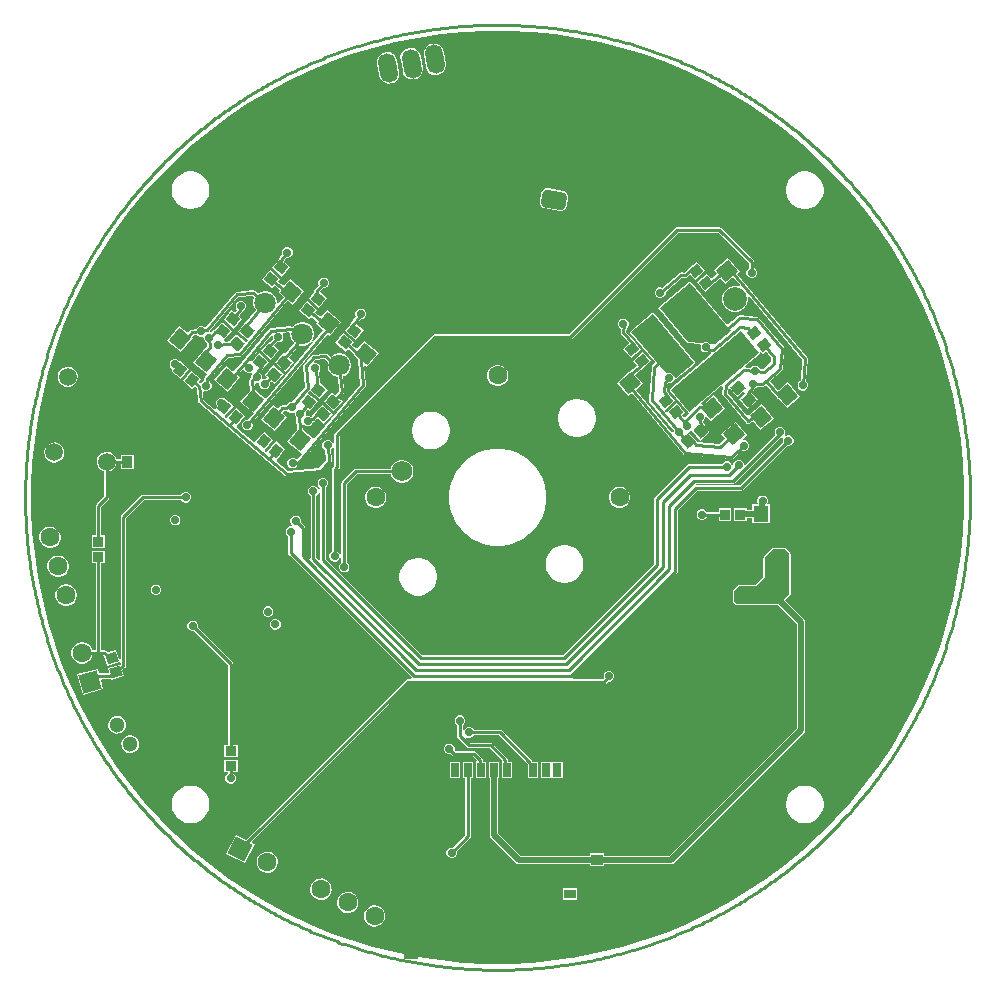
<source format=gbl>
G04*
G04 #@! TF.GenerationSoftware,Altium Limited,Altium Designer,21.6.4 (81)*
G04*
G04 Layer_Physical_Order=2*
G04 Layer_Color=16711680*
%FSLAX25Y25*%
%MOIN*%
G70*
G04*
G04 #@! TF.SameCoordinates,78FA80CD-A9BF-463E-8246-B3BA63ED9FFF*
G04*
G04*
G04 #@! TF.FilePolarity,Positive*
G04*
G01*
G75*
%ADD21C,0.01000*%
%ADD73R,0.03543X0.03937*%
G04:AMPARAMS|DCode=79|XSize=39.37mil|YSize=35.43mil|CornerRadius=0mil|HoleSize=0mil|Usage=FLASHONLY|Rotation=140.000|XOffset=0mil|YOffset=0mil|HoleType=Round|Shape=Rectangle|*
%AMROTATEDRECTD79*
4,1,4,0.02647,0.00092,0.00369,-0.02623,-0.02647,-0.00092,-0.00369,0.02623,0.02647,0.00092,0.0*
%
%ADD79ROTATEDRECTD79*%

%ADD86R,0.03740X0.03347*%
%ADD88R,0.03937X0.03543*%
%ADD90R,0.03347X0.03740*%
G04:AMPARAMS|DCode=91|XSize=39.37mil|YSize=35.43mil|CornerRadius=0mil|HoleSize=0mil|Usage=FLASHONLY|Rotation=220.000|XOffset=0mil|YOffset=0mil|HoleType=Round|Shape=Rectangle|*
%AMROTATEDRECTD91*
4,1,4,0.00369,0.02623,0.02647,-0.00092,-0.00369,-0.02623,-0.02647,0.00092,0.00369,0.02623,0.0*
%
%ADD91ROTATEDRECTD91*%

G04:AMPARAMS|DCode=97|XSize=37.4mil|YSize=33.47mil|CornerRadius=0mil|HoleSize=0mil|Usage=FLASHONLY|Rotation=40.000|XOffset=0mil|YOffset=0mil|HoleType=Round|Shape=Rectangle|*
%AMROTATEDRECTD97*
4,1,4,-0.00357,-0.02484,-0.02508,0.00080,0.00357,0.02484,0.02508,-0.00080,-0.00357,-0.02484,0.0*
%
%ADD97ROTATEDRECTD97*%

%ADD101R,0.05118X0.05512*%
%ADD104C,0.02016*%
%ADD106C,0.06299*%
%ADD107C,0.05898*%
%ADD108P,0.08341X4X305.0*%
%ADD109P,0.07238X4X169.0*%
%ADD110C,0.05118*%
%ADD111P,0.08908X4X378.5*%
%ADD112P,0.08908X4X150.5*%
G04:AMPARAMS|DCode=113|XSize=82.68mil|YSize=59.06mil|CornerRadius=14.76mil|HoleSize=0mil|Usage=FLASHONLY|Rotation=350.000|XOffset=0mil|YOffset=0mil|HoleType=Round|Shape=RoundedRectangle|*
%AMROUNDEDRECTD113*
21,1,0.08268,0.02953,0,0,350.0*
21,1,0.05315,0.05906,0,0,350.0*
1,1,0.02953,0.02361,-0.01915*
1,1,0.02953,-0.02874,-0.00993*
1,1,0.02953,-0.02361,0.01915*
1,1,0.02953,0.02874,0.00993*
%
%ADD113ROUNDEDRECTD113*%
G04:AMPARAMS|DCode=114|XSize=82.68mil|YSize=59.06mil|CornerRadius=14.76mil|HoleSize=0mil|Usage=FLASHONLY|Rotation=80.000|XOffset=0mil|YOffset=0mil|HoleType=Round|Shape=RoundedRectangle|*
%AMROUNDEDRECTD114*
21,1,0.08268,0.02953,0,0,80.0*
21,1,0.05315,0.05906,0,0,80.0*
1,1,0.02953,0.01915,0.02361*
1,1,0.02953,0.00993,-0.02874*
1,1,0.02953,-0.01915,-0.02361*
1,1,0.02953,-0.00993,0.02874*
%
%ADD114ROUNDEDRECTD114*%
G04:AMPARAMS|DCode=115|XSize=59.06mil|YSize=98.43mil|CornerRadius=0mil|HoleSize=0mil|Usage=FLASHONLY|Rotation=10.000|XOffset=0mil|YOffset=0mil|HoleType=Round|Shape=Round|*
%AMOVALD115*
21,1,0.03937,0.05906,0.00000,0.00000,100.0*
1,1,0.05906,0.00342,-0.01939*
1,1,0.05906,-0.00342,0.01939*
%
%ADD115OVALD115*%

%ADD116C,0.02756*%
%ADD117C,0.07087*%
%ADD118C,0.07874*%
%ADD119C,0.06890*%
%ADD120R,0.05118X0.07480*%
%ADD121R,0.03937X0.11024*%
%ADD122R,0.03937X0.03150*%
%ADD123R,0.03937X0.04724*%
%ADD124R,0.02756X0.04724*%
G04:AMPARAMS|DCode=125|XSize=51.18mil|YSize=55.12mil|CornerRadius=0mil|HoleSize=0mil|Usage=FLASHONLY|Rotation=230.000|XOffset=0mil|YOffset=0mil|HoleType=Round|Shape=Rectangle|*
%AMROTATEDRECTD125*
4,1,4,-0.00466,0.03732,0.03756,0.00189,0.00466,-0.03732,-0.03756,-0.00189,-0.00466,0.03732,0.0*
%
%ADD125ROTATEDRECTD125*%

G04:AMPARAMS|DCode=126|XSize=37.4mil|YSize=33.47mil|CornerRadius=0mil|HoleSize=0mil|Usage=FLASHONLY|Rotation=320.000|XOffset=0mil|YOffset=0mil|HoleType=Round|Shape=Rectangle|*
%AMROTATEDRECTD126*
4,1,4,-0.02508,-0.00080,-0.00357,0.02484,0.02508,0.00080,0.00357,-0.02484,-0.02508,-0.00080,0.0*
%
%ADD126ROTATEDRECTD126*%

G04:AMPARAMS|DCode=127|XSize=51.18mil|YSize=55.12mil|CornerRadius=0mil|HoleSize=0mil|Usage=FLASHONLY|Rotation=320.000|XOffset=0mil|YOffset=0mil|HoleType=Round|Shape=Rectangle|*
%AMROTATEDRECTD127*
4,1,4,-0.03732,-0.00466,-0.00189,0.03756,0.03732,0.00466,0.00189,-0.03756,-0.03732,-0.00466,0.0*
%
%ADD127ROTATEDRECTD127*%

G04:AMPARAMS|DCode=128|XSize=37.4mil|YSize=33.47mil|CornerRadius=0mil|HoleSize=0mil|Usage=FLASHONLY|Rotation=50.000|XOffset=0mil|YOffset=0mil|HoleType=Round|Shape=Rectangle|*
%AMROTATEDRECTD128*
4,1,4,0.00080,-0.02508,-0.02484,-0.00357,-0.00080,0.02508,0.02484,0.00357,0.00080,-0.02508,0.0*
%
%ADD128ROTATEDRECTD128*%

G04:AMPARAMS|DCode=129|XSize=51.18mil|YSize=55.12mil|CornerRadius=0mil|HoleSize=0mil|Usage=FLASHONLY|Rotation=310.000|XOffset=0mil|YOffset=0mil|HoleType=Round|Shape=Rectangle|*
%AMROTATEDRECTD129*
4,1,4,-0.03756,0.00189,0.00466,0.03732,0.03756,-0.00189,-0.00466,-0.03732,-0.03756,0.00189,0.0*
%
%ADD129ROTATEDRECTD129*%

G04:AMPARAMS|DCode=130|XSize=39.37mil|YSize=35.43mil|CornerRadius=0mil|HoleSize=0mil|Usage=FLASHONLY|Rotation=310.000|XOffset=0mil|YOffset=0mil|HoleType=Round|Shape=Rectangle|*
%AMROTATEDRECTD130*
4,1,4,-0.02623,0.00369,0.00092,0.02647,0.02623,-0.00369,-0.00092,-0.02647,-0.02623,0.00369,0.0*
%
%ADD130ROTATEDRECTD130*%

G04:AMPARAMS|DCode=131|XSize=51.18mil|YSize=55.12mil|CornerRadius=0mil|HoleSize=0mil|Usage=FLASHONLY|Rotation=220.000|XOffset=0mil|YOffset=0mil|HoleType=Round|Shape=Rectangle|*
%AMROTATEDRECTD131*
4,1,4,0.00189,0.03756,0.03732,-0.00466,-0.00189,-0.03756,-0.03732,0.00466,0.00189,0.03756,0.0*
%
%ADD131ROTATEDRECTD131*%

G04:AMPARAMS|DCode=132|XSize=37.4mil|YSize=33.47mil|CornerRadius=0mil|HoleSize=0mil|Usage=FLASHONLY|Rotation=17.000|XOffset=0mil|YOffset=0mil|HoleType=Round|Shape=Rectangle|*
%AMROTATEDRECTD132*
4,1,4,-0.01299,-0.02147,-0.02278,0.01053,0.01299,0.02147,0.02278,-0.01053,-0.01299,-0.02147,0.0*
%
%ADD132ROTATEDRECTD132*%

G36*
X11437Y155051D02*
X19031Y154303D01*
X26580Y153183D01*
X34064Y151694D01*
X41467Y149840D01*
X48769Y147625D01*
X55954Y145054D01*
X63004Y142134D01*
X69902Y138871D01*
X76632Y135274D01*
X83177Y131351D01*
X89522Y127111D01*
X95651Y122566D01*
X101550Y117725D01*
X107204Y112600D01*
X112600Y107204D01*
X117725Y101550D01*
X122566Y95651D01*
X127111Y89522D01*
X131351Y83177D01*
X135274Y76632D01*
X138871Y69902D01*
X142134Y63003D01*
X145054Y55954D01*
X147625Y48769D01*
X149840Y41467D01*
X151694Y34064D01*
X153183Y26580D01*
X154303Y19031D01*
X155051Y11437D01*
X155425Y3816D01*
Y0D01*
Y-3816D01*
X155051Y-11437D01*
X154303Y-19031D01*
X153183Y-26580D01*
X151694Y-34064D01*
X149840Y-41467D01*
X147625Y-48769D01*
X145054Y-55954D01*
X142134Y-63004D01*
X138871Y-69902D01*
X135274Y-76632D01*
X131351Y-83177D01*
X127111Y-89522D01*
X122566Y-95651D01*
X117725Y-101550D01*
X112600Y-107204D01*
X107204Y-112600D01*
X101550Y-117725D01*
X95651Y-122566D01*
X89522Y-127111D01*
X83177Y-131351D01*
X76632Y-135274D01*
X69902Y-138871D01*
X63003Y-142134D01*
X55954Y-145054D01*
X48769Y-147625D01*
X41467Y-149840D01*
X34064Y-151694D01*
X26580Y-153183D01*
X19031Y-154303D01*
X11437Y-155051D01*
X3816Y-155425D01*
X-3816D01*
X-11437Y-155051D01*
X-19031Y-154303D01*
X-26580Y-153183D01*
X-34064Y-151694D01*
X-41467Y-149840D01*
X-48769Y-147625D01*
X-55954Y-145054D01*
X-63004Y-142134D01*
X-69902Y-138871D01*
X-76632Y-135274D01*
X-83177Y-131351D01*
X-89522Y-127111D01*
X-95651Y-122566D01*
X-101550Y-117725D01*
X-107204Y-112600D01*
X-112600Y-107204D01*
X-117725Y-101550D01*
X-122566Y-95651D01*
X-127111Y-89522D01*
X-131351Y-83177D01*
X-135274Y-76632D01*
X-138871Y-69902D01*
X-142134Y-63003D01*
X-145054Y-55954D01*
X-147625Y-48769D01*
X-149840Y-41467D01*
X-151694Y-34064D01*
X-153183Y-26580D01*
X-154303Y-19031D01*
X-155051Y-11437D01*
X-155425Y-3816D01*
Y0D01*
Y3816D01*
X-155051Y11437D01*
X-154303Y19031D01*
X-153183Y26580D01*
X-151694Y34064D01*
X-149840Y41467D01*
X-147625Y48769D01*
X-145054Y55954D01*
X-142134Y63004D01*
X-138871Y69902D01*
X-135274Y76632D01*
X-131351Y83177D01*
X-127111Y89522D01*
X-122566Y95651D01*
X-117725Y101550D01*
X-112600Y107204D01*
X-107204Y112600D01*
X-101550Y117725D01*
X-95651Y122566D01*
X-89522Y127111D01*
X-83177Y131351D01*
X-76632Y135274D01*
X-69902Y138871D01*
X-63003Y142134D01*
X-55954Y145054D01*
X-48769Y147625D01*
X-41467Y149840D01*
X-34064Y151694D01*
X-26580Y153183D01*
X-19031Y154303D01*
X-11437Y155051D01*
X-3816Y155425D01*
X3816D01*
X11437Y155051D01*
D02*
G37*
%LPC*%
G36*
X-20974Y151260D02*
X-21854Y151222D01*
X-22694Y150957D01*
X-23437Y150484D01*
X-24033Y149834D01*
X-24440Y149052D01*
X-24630Y148192D01*
X-24592Y147312D01*
X-23908Y143435D01*
X-23643Y142594D01*
X-23170Y141851D01*
X-22520Y141256D01*
X-21739Y140849D01*
X-20878Y140658D01*
X-19998Y140697D01*
X-19158Y140962D01*
X-18415Y141435D01*
X-17819Y142085D01*
X-17412Y142866D01*
X-17222Y143726D01*
X-17260Y144607D01*
X-17944Y148484D01*
X-18209Y149324D01*
X-18682Y150067D01*
X-19332Y150663D01*
X-20113Y151070D01*
X-20974Y151260D01*
D02*
G37*
G36*
X-28728Y149893D02*
X-29608Y149855D01*
X-30449Y149590D01*
X-31192Y149116D01*
X-31787Y148467D01*
X-32194Y147685D01*
X-32385Y146825D01*
X-32346Y145944D01*
X-31662Y142067D01*
X-31398Y141227D01*
X-30924Y140484D01*
X-30275Y139888D01*
X-29493Y139482D01*
X-28633Y139291D01*
X-27752Y139329D01*
X-26912Y139594D01*
X-26169Y140068D01*
X-25574Y140717D01*
X-25167Y141499D01*
X-24976Y142359D01*
X-25014Y143239D01*
X-25698Y147117D01*
X-25963Y147957D01*
X-26436Y148700D01*
X-27086Y149295D01*
X-27868Y149702D01*
X-28728Y149893D01*
D02*
G37*
G36*
X-36482Y148526D02*
X-37363Y148487D01*
X-38203Y148222D01*
X-38946Y147749D01*
X-39542Y147099D01*
X-39948Y146318D01*
X-40139Y145457D01*
X-40101Y144577D01*
X-39417Y140700D01*
X-39152Y139859D01*
X-38679Y139116D01*
X-38029Y138521D01*
X-37247Y138114D01*
X-36387Y137924D01*
X-35507Y137962D01*
X-34666Y138227D01*
X-33923Y138700D01*
X-33328Y139350D01*
X-32921Y140132D01*
X-32730Y140992D01*
X-32769Y141872D01*
X-33453Y145749D01*
X-33718Y146590D01*
X-34191Y147333D01*
X-34841Y147928D01*
X-35622Y148335D01*
X-36482Y148526D01*
D02*
G37*
G36*
X102983Y108661D02*
X101742D01*
X100525Y108419D01*
X99378Y107945D01*
X98347Y107255D01*
X97469Y106378D01*
X96780Y105346D01*
X96305Y104200D01*
X96063Y102983D01*
Y101742D01*
X96305Y100525D01*
X96780Y99378D01*
X97469Y98347D01*
X98347Y97469D01*
X99378Y96780D01*
X100525Y96305D01*
X101742Y96063D01*
X102983D01*
X104200Y96305D01*
X105346Y96780D01*
X106378Y97469D01*
X107255Y98347D01*
X107945Y99378D01*
X108419Y100525D01*
X108661Y101742D01*
Y102983D01*
X108419Y104200D01*
X107945Y105346D01*
X107255Y106378D01*
X106378Y107255D01*
X105346Y107945D01*
X104200Y108419D01*
X102983Y108661D01*
D02*
G37*
G36*
X-101742D02*
X-102983D01*
X-104200Y108419D01*
X-105346Y107945D01*
X-106378Y107255D01*
X-107255Y106378D01*
X-107945Y105346D01*
X-108419Y104200D01*
X-108661Y102983D01*
Y101742D01*
X-108419Y100525D01*
X-107945Y99378D01*
X-107255Y98347D01*
X-106378Y97469D01*
X-105346Y96780D01*
X-104200Y96305D01*
X-102983Y96063D01*
X-101742D01*
X-100525Y96305D01*
X-99378Y96780D01*
X-98347Y97469D01*
X-97469Y98347D01*
X-96780Y99378D01*
X-96305Y100525D01*
X-96063Y101742D01*
Y102983D01*
X-96305Y104200D01*
X-96780Y105346D01*
X-97469Y106378D01*
X-98347Y107255D01*
X-99378Y107945D01*
X-100525Y108419D01*
X-101742Y108661D01*
D02*
G37*
G36*
X16755Y103001D02*
X16011Y102985D01*
X15330Y102685D01*
X14816Y102148D01*
X14546Y101454D01*
X14033Y98546D01*
X14050Y97803D01*
X14349Y97122D01*
X14887Y96607D01*
X15580Y96337D01*
X20814Y95415D01*
X21558Y95431D01*
X22239Y95730D01*
X22753Y96268D01*
X23023Y96961D01*
X23536Y99869D01*
X23520Y100613D01*
X23220Y101294D01*
X22683Y101808D01*
X21989Y102078D01*
X16755Y103001D01*
D02*
G37*
G36*
X66496Y78532D02*
X63931Y76380D01*
X63852Y76336D01*
X62181Y74934D01*
X61326Y75009D01*
X60972Y74970D01*
X60660Y74799D01*
X54800Y69882D01*
X54572Y69977D01*
X53867D01*
X53216Y69707D01*
X52717Y69208D01*
X52447Y68557D01*
Y67852D01*
X52717Y67201D01*
X53216Y66703D01*
X53867Y66433D01*
X54572D01*
X55223Y66703D01*
X55721Y67201D01*
X55991Y67852D01*
Y68502D01*
X61543Y73161D01*
X62398Y73086D01*
X62752Y73124D01*
X63063Y73295D01*
X63917Y74012D01*
X64416Y73969D01*
X65685Y72455D01*
X69154Y75366D01*
X66496Y78532D01*
D02*
G37*
G36*
X-69743Y83389D02*
X-70447D01*
X-71099Y83119D01*
X-71597Y82621D01*
X-71867Y81969D01*
Y81265D01*
X-71772Y81036D01*
X-72643Y79998D01*
X-72643Y79998D01*
X-72643Y79998D01*
X-72712Y79871D01*
X-72814Y79686D01*
Y79686D01*
X-72814Y79686D01*
X-72841Y79444D01*
X-73223Y78989D01*
X-73266Y78910D01*
X-75292Y76495D01*
X-71824Y73585D01*
X-69166Y76752D01*
X-70884Y78193D01*
X-71222Y78538D01*
X-71152Y78665D01*
X-71051Y78850D01*
Y78850D01*
X-71051Y78850D01*
X-71024Y79092D01*
X-70392Y79845D01*
X-69743D01*
X-69092Y80115D01*
X-68593Y80613D01*
X-68323Y81265D01*
Y81969D01*
X-68593Y82621D01*
X-69092Y83119D01*
X-69743Y83389D01*
D02*
G37*
G36*
X76939Y79715D02*
X72114Y75665D01*
X73083Y74511D01*
X71578Y73247D01*
X71085Y73064D01*
X69786Y74612D01*
X66318Y71701D01*
X68975Y68535D01*
X72443Y71445D01*
Y71445D01*
X72662Y71779D01*
X74255Y73115D01*
X75910Y71142D01*
X78530Y73340D01*
X80774Y70665D01*
X80492Y70223D01*
X79673Y70442D01*
X78533D01*
X77431Y70147D01*
X76444Y69577D01*
X75637Y68771D01*
X75067Y67783D01*
X74772Y66682D01*
Y65541D01*
X75067Y64440D01*
X75637Y63453D01*
X76444Y62646D01*
X77431Y62076D01*
X78533Y61781D01*
X79673D01*
X80774Y62076D01*
X81762Y62646D01*
X82568Y63453D01*
X83138Y64440D01*
X83434Y65541D01*
Y66682D01*
X83420Y66734D01*
X83874Y66971D01*
X101569Y45882D01*
X100958Y38901D01*
X100730Y38806D01*
X100231Y38308D01*
X99962Y37657D01*
Y36952D01*
X100231Y36301D01*
X100730Y35802D01*
X101381Y35533D01*
X102086D01*
X102737Y35802D01*
X103235Y36301D01*
X103505Y36952D01*
Y37657D01*
X103235Y38308D01*
X102776Y38767D01*
X103417Y46099D01*
X103379Y46453D01*
X103208Y46765D01*
X79926Y74511D01*
X80735Y75191D01*
X76939Y79715D01*
D02*
G37*
G36*
X73802Y90102D02*
X59663D01*
X59314Y90032D01*
X59019Y89835D01*
X23638Y54454D01*
X-20866D01*
X-21215Y54385D01*
X-21510Y54188D01*
X-54188Y21510D01*
X-54385Y21215D01*
X-54454Y20866D01*
Y17870D01*
X-54954Y17771D01*
X-55174Y18300D01*
X-55672Y18799D01*
X-56323Y19068D01*
X-57028D01*
X-57679Y18799D01*
X-58178Y18300D01*
X-58447Y17649D01*
Y16944D01*
X-58178Y16293D01*
X-57679Y15795D01*
X-57451Y15700D01*
X-57173Y12529D01*
X-59475Y9787D01*
X-69992Y8866D01*
X-73738Y12010D01*
X-73660Y12597D01*
X-70835Y15965D01*
X-74001Y18622D01*
X-76811Y15273D01*
X-77374Y15224D01*
X-77636Y15468D01*
X-77581Y15887D01*
X-74755Y19255D01*
X-77922Y21912D01*
X-80748Y18544D01*
X-80832Y18444D01*
X-81313Y18366D01*
X-87008Y23145D01*
X-86930Y23732D01*
X-84105Y27100D01*
X-87271Y29757D01*
X-90082Y26408D01*
X-90644Y26359D01*
X-90907Y26603D01*
X-90851Y27022D01*
X-88025Y30390D01*
X-91192Y33047D01*
X-91260Y32966D01*
X-91816Y33196D01*
X-92520D01*
X-93172Y32926D01*
X-93670Y32428D01*
X-93940Y31777D01*
Y31072D01*
X-93670Y30421D01*
X-93521Y30272D01*
X-94018Y29679D01*
X-94102Y29579D01*
X-94583Y29501D01*
X-98094Y32447D01*
X-98333Y35173D01*
X-97861Y35519D01*
X-97491Y35366D01*
X-96786D01*
X-96135Y35636D01*
X-95637Y36134D01*
X-95367Y36785D01*
Y37490D01*
X-95637Y38141D01*
X-96007Y38511D01*
X-96065Y39168D01*
X-89906Y46508D01*
X-85950Y46854D01*
X-85609Y46953D01*
X-85332Y47176D01*
X-69847Y65630D01*
X-68213Y64260D01*
X-64417Y68784D01*
X-69243Y72833D01*
X-71314Y70364D01*
X-73199Y71946D01*
X-72456Y72831D01*
X-75925Y75741D01*
X-78582Y72575D01*
X-75113Y69665D01*
X-74371Y70550D01*
X-72486Y68968D01*
X-73039Y68309D01*
X-71243Y66802D01*
X-73049Y64648D01*
X-73549Y64830D01*
Y65364D01*
X-73818Y66365D01*
X-74336Y67263D01*
X-75069Y67996D01*
X-75967Y68515D01*
X-76968Y68783D01*
X-78005D01*
X-79006Y68515D01*
X-79856Y68024D01*
X-80822Y68834D01*
X-81133Y69005D01*
X-81487Y69043D01*
X-87033Y68558D01*
X-87375Y68459D01*
X-87652Y68236D01*
X-97220Y56834D01*
X-97863Y56792D01*
X-98514Y57062D01*
X-99219D01*
X-99871Y56792D01*
X-100369Y56294D01*
X-100463Y56065D01*
X-101813Y55947D01*
X-102155Y55848D01*
X-102432Y55625D01*
X-103275Y54621D01*
X-106145Y57029D01*
X-110194Y52204D01*
X-105670Y48408D01*
X-101621Y53233D01*
X-101879Y53449D01*
X-101278Y54165D01*
X-100330Y54248D01*
X-99871Y53789D01*
X-99219Y53519D01*
X-98514D01*
X-98378Y53575D01*
X-98234Y53509D01*
X-97924Y53222D01*
Y52660D01*
X-97654Y52009D01*
X-97156Y51511D01*
X-96928Y51416D01*
X-96838Y50386D01*
X-98113Y48866D01*
X-98156Y48787D01*
X-101448Y44865D01*
X-96924Y41069D01*
X-97186Y40667D01*
X-97703Y40051D01*
X-97874Y39739D01*
X-97913Y39386D01*
X-97858Y38757D01*
X-98142Y38639D01*
X-98641Y38141D01*
X-98666Y38079D01*
X-99152Y37960D01*
X-99752Y38464D01*
X-98883Y39500D01*
X-102049Y42157D01*
X-104960Y38689D01*
X-101793Y36032D01*
X-100924Y37068D01*
X-100280Y36528D01*
X-99877Y31912D01*
X-99777Y31571D01*
X-99555Y31294D01*
X-90157Y23408D01*
X-90157Y23408D01*
X-76736Y12147D01*
X-70874Y7228D01*
X-70562Y7057D01*
X-70209Y7018D01*
X-58940Y8004D01*
X-58599Y8103D01*
X-58322Y8326D01*
X-55535Y11647D01*
X-55364Y11959D01*
X-55325Y12312D01*
X-55633Y15834D01*
X-55174Y16293D01*
X-54954Y16823D01*
X-54454Y16723D01*
Y10614D01*
X-54975Y10093D01*
X-55173Y9798D01*
X-55242Y9449D01*
Y-18145D01*
X-55334Y-18183D01*
X-55833Y-18681D01*
X-56102Y-19333D01*
Y-20037D01*
X-55833Y-20689D01*
X-55334Y-21187D01*
X-54683Y-21457D01*
X-53978D01*
X-53327Y-21187D01*
X-52829Y-20689D01*
X-52559Y-20038D01*
X-52092Y-20118D01*
Y-21688D01*
X-52185Y-21726D01*
X-52683Y-22225D01*
X-52953Y-22876D01*
Y-23581D01*
X-52683Y-24232D01*
X-52185Y-24730D01*
X-51534Y-25000D01*
X-50829D01*
X-50178Y-24730D01*
X-49679Y-24232D01*
X-49409Y-23581D01*
Y-22876D01*
X-49679Y-22225D01*
X-50178Y-21726D01*
X-50270Y-21688D01*
Y4347D01*
X-46867Y7750D01*
X-35620D01*
X-35467Y7180D01*
X-34961Y6305D01*
X-34247Y5590D01*
X-33371Y5084D01*
X-32395Y4823D01*
X-31384D01*
X-30408Y5084D01*
X-29533Y5590D01*
X-28818Y6305D01*
X-28313Y7180D01*
X-28051Y8156D01*
Y9167D01*
X-28313Y10143D01*
X-28818Y11018D01*
X-29533Y11733D01*
X-30408Y12238D01*
X-31384Y12500D01*
X-32395D01*
X-33371Y12238D01*
X-34247Y11733D01*
X-34961Y11018D01*
X-35467Y10143D01*
X-35620Y9573D01*
X-47244D01*
X-47593Y9503D01*
X-47888Y9306D01*
X-51825Y5369D01*
X-52023Y5073D01*
X-52092Y4724D01*
Y-19252D01*
X-52559Y-19333D01*
X-52829Y-18681D01*
X-53327Y-18183D01*
X-53420Y-18145D01*
Y9071D01*
X-52899Y9592D01*
X-52701Y9888D01*
X-52632Y10236D01*
Y20489D01*
X-20489Y52632D01*
X24016D01*
X24364Y52701D01*
X24660Y52899D01*
X60040Y88279D01*
X73424D01*
X83735Y77969D01*
Y76343D01*
X83642Y76305D01*
X83144Y75807D01*
X82874Y75156D01*
Y74451D01*
X83144Y73800D01*
X83642Y73301D01*
X84293Y73032D01*
X84998D01*
X85649Y73301D01*
X86148Y73800D01*
X86417Y74451D01*
Y75156D01*
X86148Y75807D01*
X85649Y76305D01*
X85557Y76343D01*
Y78347D01*
X85488Y78695D01*
X85290Y78991D01*
X74446Y89835D01*
X74150Y90032D01*
X73802Y90102D01*
D02*
G37*
G36*
X-57679Y73266D02*
X-58384D01*
X-59035Y72996D01*
X-59533Y72498D01*
X-59803Y71847D01*
Y71142D01*
X-59708Y70913D01*
X-60931Y69456D01*
X-61102Y69144D01*
X-61141Y68791D01*
X-61098Y68299D01*
X-62927Y66120D01*
X-59458Y63209D01*
X-56801Y66376D01*
X-59282Y68458D01*
X-59293Y68574D01*
X-58328Y69723D01*
X-57679D01*
X-57028Y69992D01*
X-56529Y70491D01*
X-56260Y71142D01*
Y71847D01*
X-56529Y72498D01*
X-57028Y72996D01*
X-57679Y73266D01*
D02*
G37*
G36*
X-45314Y62890D02*
X-46019D01*
X-46670Y62621D01*
X-47168Y62122D01*
X-47438Y61471D01*
Y60766D01*
X-47255Y60324D01*
X-49047Y58189D01*
X-49218Y57877D01*
X-49257Y57524D01*
X-49208Y57357D01*
X-50814Y55442D01*
X-47346Y52532D01*
X-44689Y55699D01*
X-47076Y57702D01*
X-45696Y59347D01*
X-45314D01*
X-44663Y59617D01*
X-44164Y60115D01*
X-43894Y60766D01*
Y61471D01*
X-44164Y62122D01*
X-44663Y62621D01*
X-45314Y62890D01*
D02*
G37*
G36*
X-63559Y65366D02*
X-66216Y62199D01*
X-62748Y59289D01*
X-62005Y60174D01*
X-60120Y58592D01*
X-60673Y57933D01*
X-58054Y55735D01*
X-77287Y32814D01*
X-80729Y35702D01*
X-80914Y37823D01*
X-80448Y38232D01*
X-79991D01*
X-79855Y38289D01*
X-79711Y38222D01*
X-79400Y37936D01*
Y37374D01*
X-79131Y36723D01*
X-78632Y36225D01*
X-77981Y35955D01*
X-77276D01*
X-76625Y36225D01*
X-76127Y36723D01*
X-75857Y37374D01*
Y38079D01*
X-75952Y38308D01*
X-75476Y38875D01*
X-74063Y37689D01*
X-71279Y41007D01*
X-74898Y44044D01*
X-77682Y40726D01*
X-76872Y40047D01*
X-77332Y39498D01*
X-77981D01*
X-78117Y39442D01*
X-78261Y39509D01*
X-78571Y39795D01*
Y40356D01*
X-78841Y41008D01*
X-79211Y41378D01*
X-79219Y41469D01*
X-78249Y42626D01*
X-78206Y42704D01*
X-76180Y45119D01*
X-79648Y48029D01*
X-82029Y45192D01*
X-82122Y45114D01*
X-82297Y45138D01*
X-82503Y45671D01*
X-75338Y54210D01*
X-74906Y53948D01*
X-74987Y53751D01*
Y53046D01*
X-74892Y52818D01*
X-75925Y51587D01*
X-76358Y51950D01*
X-79015Y48783D01*
X-75547Y45873D01*
X-72890Y49040D01*
X-74529Y50415D01*
X-73513Y51627D01*
X-72863D01*
X-72212Y51897D01*
X-71714Y52395D01*
X-71444Y53046D01*
Y53751D01*
X-71714Y54402D01*
X-71749Y54438D01*
X-71578Y54908D01*
X-69537Y55086D01*
X-69510Y55081D01*
X-69058Y54637D01*
Y53952D01*
X-68790Y52951D01*
X-68272Y52053D01*
X-67749Y51531D01*
X-70973Y47689D01*
X-71482Y48115D01*
X-74265Y44798D01*
X-70646Y41761D01*
X-67862Y45078D01*
X-69577Y46517D01*
X-66103Y50657D01*
X-65640Y50533D01*
X-64603D01*
X-63602Y50801D01*
X-62704Y51320D01*
X-61971Y52053D01*
X-61453Y52951D01*
X-61184Y53952D01*
Y54988D01*
X-61453Y55990D01*
X-61971Y56888D01*
X-62704Y57621D01*
X-63602Y58139D01*
X-64603Y58407D01*
X-65640D01*
X-66641Y58139D01*
X-67539Y57621D01*
X-68272Y56888D01*
X-68321Y56802D01*
X-68557Y56932D01*
X-68910Y56970D01*
X-75539Y56391D01*
X-75880Y56291D01*
X-76158Y56068D01*
X-85291Y45184D01*
X-88075Y41866D01*
X-90462Y43870D01*
X-94511Y39044D01*
X-89987Y35248D01*
X-85938Y40074D01*
X-86679Y40695D01*
X-85086Y42593D01*
X-84508Y42504D01*
X-84355Y42134D01*
X-83856Y41636D01*
X-83205Y41366D01*
X-82500D01*
X-81976Y41583D01*
X-81693Y41159D01*
X-81845Y41008D01*
X-82115Y40356D01*
Y40013D01*
X-82615Y39417D01*
X-82786Y39105D01*
X-82825Y38752D01*
X-82544Y35544D01*
X-85765Y31705D01*
X-81336Y27989D01*
X-83125Y25857D01*
X-83774D01*
X-84425Y25587D01*
X-84924Y25089D01*
X-85193Y24438D01*
Y23733D01*
X-84924Y23082D01*
X-84425Y22584D01*
X-83774Y22314D01*
X-83069D01*
X-82418Y22584D01*
X-81920Y23082D01*
X-81650Y23733D01*
Y24438D01*
X-81745Y24667D01*
X-56658Y54564D01*
X-55848Y53884D01*
X-52052Y58408D01*
X-56877Y62457D01*
X-58949Y59988D01*
X-60834Y61570D01*
X-60091Y62455D01*
X-63559Y65366D01*
D02*
G37*
G36*
X42206Y59601D02*
X41502D01*
X40850Y59331D01*
X40352Y58833D01*
X40082Y58182D01*
Y57477D01*
X40352Y56826D01*
X40850Y56327D01*
X41135Y56209D01*
X41032Y55037D01*
X41071Y54684D01*
X41242Y54372D01*
X43829Y51289D01*
X41743Y49539D01*
X44401Y46372D01*
X47869Y49283D01*
X45843Y51697D01*
X45800Y51776D01*
X42881Y55255D01*
X42986Y56455D01*
X43356Y56826D01*
X43626Y57477D01*
Y58182D01*
X43356Y58833D01*
X42857Y59331D01*
X42206Y59601D01*
D02*
G37*
G36*
X64251Y72031D02*
X63940Y71933D01*
X53686Y63328D01*
X53535Y63039D01*
X53633Y62728D01*
X62997Y51569D01*
X63286Y51418D01*
X67441Y51055D01*
X67700Y50627D01*
X67632Y50462D01*
Y49757D01*
X67901Y49106D01*
X68400Y48607D01*
X69051Y48338D01*
X69756D01*
X70097Y48479D01*
X70139Y48445D01*
X70480Y48346D01*
X71122Y48290D01*
X71285Y47774D01*
X57458Y36171D01*
X57307Y35882D01*
X57405Y35570D01*
X57405Y35570D01*
X63479Y28332D01*
X63696Y28219D01*
X63778Y27717D01*
X62215Y26406D01*
X61472Y27291D01*
X62509Y28161D01*
X59851Y31327D01*
X56484Y28502D01*
X56064Y28446D01*
X55821Y28709D01*
X55870Y29271D01*
X59219Y32081D01*
X57193Y34496D01*
X57149Y34575D01*
X56380Y35492D01*
X56555Y37500D01*
X56685Y37962D01*
X57390D01*
X58041Y38232D01*
X58540Y38730D01*
X58660Y39019D01*
X58986Y39250D01*
X59271Y39314D01*
X59272Y39314D01*
X59362Y39342D01*
X59455Y39338D01*
X59511Y39389D01*
X59583Y39412D01*
X65788Y44618D01*
X65939Y44907D01*
X65840Y45218D01*
X52175Y61504D01*
X51886Y61655D01*
X51574Y61557D01*
X44336Y55483D01*
X44186Y55194D01*
X44284Y54883D01*
X52555Y45025D01*
X51675Y44287D01*
X51453Y44010D01*
X51353Y43668D01*
X50383Y32575D01*
X50422Y32222D01*
X50593Y31910D01*
X58724Y22219D01*
X58629Y21991D01*
Y21658D01*
X58129Y21476D01*
X46082Y35834D01*
X48399Y37779D01*
X45752Y40934D01*
X47637Y42516D01*
X47690Y42452D01*
X51159Y45362D01*
X48502Y48529D01*
X45033Y45618D01*
X46465Y43912D01*
X43910Y41768D01*
X43794Y41623D01*
X39778Y38254D01*
X43574Y33730D01*
X44685Y34662D01*
X61757Y14317D01*
X62035Y14094D01*
X62376Y13995D01*
X77651Y12658D01*
X78004Y12697D01*
X78316Y12868D01*
X81511Y15549D01*
X81739Y15454D01*
X82444D01*
X83095Y15724D01*
X83594Y16222D01*
X83863Y16873D01*
Y17578D01*
X83594Y18229D01*
X83095Y18727D01*
X82444Y18997D01*
X81918D01*
X81734Y19495D01*
X83239Y20758D01*
X79443Y25282D01*
X74618Y21233D01*
X75930Y19669D01*
X73655Y17761D01*
X66631Y18375D01*
X66051Y19066D01*
X65981Y19122D01*
X63944Y21550D01*
X63877Y21630D01*
X63958Y22168D01*
X64294Y22356D01*
X64651Y22239D01*
X67493Y18852D01*
X70810Y21636D01*
X68951Y23852D01*
X68999Y24019D01*
X68961Y24372D01*
X68790Y24684D01*
X68389Y25162D01*
X68421Y25530D01*
X68791Y25901D01*
X69061Y26552D01*
Y27077D01*
X69559Y27262D01*
X71075Y25455D01*
X75900Y29504D01*
X72104Y34028D01*
X68376Y30900D01*
X68055Y30969D01*
X67907Y31492D01*
X74589Y37099D01*
X75069Y36849D01*
X74875Y34624D01*
X74913Y34271D01*
X75084Y33959D01*
X82803Y24760D01*
X83080Y24538D01*
X83421Y24438D01*
X83775Y24477D01*
X84086Y24648D01*
X84991Y25407D01*
X87569Y22335D01*
X92093Y26131D01*
X88044Y30957D01*
X83696Y27309D01*
X83064Y27285D01*
X76723Y34841D01*
X76840Y36181D01*
X77356Y36344D01*
X79806Y33424D01*
X81918Y35197D01*
X82188Y35085D01*
X82390Y34940D01*
X82422Y34650D01*
X82541Y34434D01*
X80439Y32670D01*
X83223Y29353D01*
X86842Y32389D01*
X84712Y34927D01*
X85284Y35408D01*
X85507Y35685D01*
X85606Y36026D01*
X85610Y36067D01*
X86189Y36307D01*
X86687Y36805D01*
X86708Y36856D01*
X87981Y36744D01*
X88334Y36783D01*
X88646Y36954D01*
X89316Y37516D01*
X93032Y33087D01*
X93033Y33087D01*
X93310Y32865D01*
X93651Y32765D01*
X93715Y32772D01*
X96315Y29674D01*
X100839Y33470D01*
X96790Y38296D01*
X93416Y35465D01*
X90712Y38688D01*
X94689Y42024D01*
X94911Y42302D01*
X95011Y42643D01*
X95593Y49299D01*
X95555Y49652D01*
X95384Y49964D01*
X87032Y59917D01*
X86755Y60139D01*
X86414Y60239D01*
X80867Y60724D01*
X80514Y60685D01*
X80202Y60514D01*
X76608Y57498D01*
X64540Y71880D01*
X64251Y72031D01*
D02*
G37*
G36*
X-107197Y46102D02*
X-107902D01*
X-108553Y45833D01*
X-109051Y45334D01*
X-109321Y44683D01*
Y43978D01*
X-109051Y43327D01*
X-108553Y42829D01*
X-108466Y42473D01*
X-108880Y41979D01*
X-105714Y39322D01*
X-102803Y42790D01*
X-105970Y45447D01*
X-105970D01*
X-106152Y45439D01*
X-106546Y45833D01*
X-107197Y46102D01*
D02*
G37*
G36*
X466Y44188D02*
X-466D01*
X-1368Y43947D01*
X-2176Y43480D01*
X-2835Y42820D01*
X-3302Y42012D01*
X-3543Y41111D01*
Y40178D01*
X-3302Y39277D01*
X-2835Y38469D01*
X-2176Y37809D01*
X-1368Y37343D01*
X-466Y37101D01*
X466D01*
X1368Y37343D01*
X2176Y37809D01*
X2835Y38469D01*
X3302Y39277D01*
X3543Y40178D01*
Y41111D01*
X3302Y42012D01*
X2835Y42820D01*
X2176Y43480D01*
X1368Y43947D01*
X466Y44188D01*
D02*
G37*
G36*
X-143160Y43526D02*
X-144037Y43449D01*
X-144864Y43148D01*
X-145585Y42643D01*
X-146151Y41969D01*
X-146522Y41171D01*
X-146675Y40304D01*
X-146598Y39428D01*
X-146298Y38601D01*
X-145793Y37880D01*
X-145118Y37314D01*
X-144321Y36942D01*
X-143454Y36789D01*
X-142577Y36866D01*
X-141750Y37167D01*
X-141029Y37672D01*
X-140464Y38346D01*
X-140092Y39144D01*
X-139939Y40010D01*
X-140016Y40887D01*
X-140317Y41714D01*
X-140822Y42435D01*
X-141496Y43001D01*
X-142293Y43373D01*
X-143160Y43526D01*
D02*
G37*
G36*
X-51447Y54688D02*
X-54104Y51522D01*
X-50636Y48612D01*
X-49893Y49497D01*
X-48008Y47915D01*
X-48308Y47558D01*
X-46512Y46050D01*
X-46543Y45764D01*
X-45830Y37618D01*
X-61058Y19471D01*
X-61576Y19631D01*
X-65046Y22543D01*
X-65189Y24180D01*
X-65094Y24238D01*
X-64702Y24346D01*
X-64283Y23927D01*
X-63631Y23657D01*
X-62927D01*
X-62275Y23927D01*
X-61777Y24425D01*
X-61507Y25076D01*
Y25146D01*
X-61167Y25245D01*
X-60890Y25468D01*
X-60062Y26455D01*
X-57825Y24578D01*
X-55041Y27896D01*
X-58661Y30933D01*
X-60813Y28367D01*
X-60883Y28311D01*
X-61855Y27153D01*
X-62275Y26931D01*
X-62927Y27200D01*
X-63631D01*
X-63658Y27189D01*
X-64041Y27572D01*
X-64033Y27591D01*
Y28296D01*
X-64127Y28525D01*
X-63340Y29463D01*
X-62599Y28842D01*
X-59942Y32008D01*
X-63397Y34907D01*
X-62830Y35583D01*
X-62765Y35661D01*
X-59310Y32762D01*
X-56652Y35929D01*
X-59134Y38011D01*
X-59473Y41894D01*
X-59348Y42020D01*
X-59079Y42671D01*
Y43375D01*
X-59348Y44027D01*
X-59847Y44525D01*
X-60498Y44795D01*
X-61119D01*
X-61289Y45015D01*
X-61384Y45257D01*
X-60912Y45820D01*
X-57791Y46093D01*
X-56571Y45069D01*
X-56693Y44613D01*
Y43576D01*
X-56425Y42575D01*
X-55906Y41677D01*
X-55173Y40944D01*
X-54276Y40426D01*
X-53327Y40172D01*
X-52920Y35517D01*
X-54133Y34071D01*
X-55244Y35004D01*
X-58028Y31687D01*
X-54409Y28650D01*
X-51625Y31967D01*
X-52737Y32900D01*
X-51281Y34634D01*
X-51110Y34946D01*
X-51072Y35299D01*
X-51514Y40351D01*
X-51236Y40426D01*
X-50339Y40944D01*
X-49606Y41677D01*
X-49087Y42575D01*
X-48819Y43576D01*
Y44613D01*
X-49087Y45614D01*
X-49606Y46512D01*
X-50339Y47245D01*
X-51236Y47763D01*
X-52238Y48031D01*
X-53274D01*
X-54276Y47763D01*
X-55173Y47245D01*
X-55700Y46718D01*
X-56909Y47731D01*
X-57220Y47902D01*
X-57574Y47941D01*
X-61446Y47602D01*
X-61788Y47503D01*
X-62065Y47280D01*
X-64596Y44264D01*
X-64767Y43953D01*
X-64805Y43599D01*
X-64208Y36776D01*
X-68417Y31760D01*
X-69066D01*
X-69717Y31491D01*
X-70216Y30992D01*
X-70310Y30764D01*
X-71833Y30631D01*
X-72174Y30531D01*
X-72451Y30309D01*
X-73216Y29398D01*
X-74779Y30710D01*
X-78829Y25885D01*
X-74305Y22089D01*
X-70256Y26914D01*
X-71820Y28226D01*
X-71298Y28848D01*
X-70177Y28946D01*
X-69717Y28487D01*
X-69066Y28217D01*
X-68361D01*
X-68056Y28343D01*
X-67576Y28001D01*
Y27591D01*
X-67306Y26940D01*
X-67224Y26858D01*
X-67240Y26712D01*
X-66862Y22384D01*
X-70082Y18546D01*
X-65625Y14806D01*
X-65558Y14750D01*
X-65377Y14323D01*
X-66673Y12778D01*
X-67173Y12756D01*
X-67350Y12933D01*
X-68001Y13203D01*
X-68706D01*
X-69357Y12933D01*
X-69855Y12435D01*
X-70125Y11784D01*
Y11079D01*
X-69855Y10428D01*
X-69357Y9929D01*
X-68706Y9660D01*
X-68001D01*
X-67350Y9929D01*
X-66851Y10428D01*
X-66757Y10656D01*
X-66397Y10688D01*
X-66056Y10787D01*
X-65778Y11010D01*
X-44192Y36736D01*
X-44021Y37048D01*
X-43982Y37401D01*
X-44541Y43794D01*
X-44098Y44025D01*
X-43483Y43508D01*
X-39687Y48032D01*
X-44512Y52082D01*
X-46837Y49311D01*
X-48722Y50893D01*
X-47979Y51778D01*
X-51447Y54688D01*
D02*
G37*
G36*
X27067Y32746D02*
X25826D01*
X24609Y32504D01*
X23463Y32029D01*
X22431Y31340D01*
X21554Y30462D01*
X20865Y29431D01*
X20390Y28284D01*
X20148Y27067D01*
Y25826D01*
X20390Y24609D01*
X20865Y23463D01*
X21554Y22431D01*
X22431Y21554D01*
X23463Y20865D01*
X24609Y20390D01*
X25826Y20148D01*
X27067D01*
X28284Y20390D01*
X29431Y20865D01*
X30462Y21554D01*
X31340Y22431D01*
X32029Y23463D01*
X32504Y24609D01*
X32746Y25826D01*
Y27067D01*
X32504Y28284D01*
X32029Y29431D01*
X31340Y30462D01*
X30462Y31340D01*
X29431Y32029D01*
X28284Y32504D01*
X27067Y32746D01*
D02*
G37*
G36*
X94447Y23425D02*
X93742D01*
X93091Y23155D01*
X92593Y22657D01*
X92323Y22006D01*
Y21301D01*
X92495Y20886D01*
X82549Y10939D01*
X82027Y11125D01*
X81817Y11633D01*
X81318Y12132D01*
X80667Y12402D01*
X79963D01*
X79311Y12132D01*
X78813Y11633D01*
X78543Y10982D01*
Y10945D01*
X78043Y10845D01*
X77880Y11240D01*
X77381Y11738D01*
X76730Y12008D01*
X76025D01*
X75374Y11738D01*
X74876Y11240D01*
X74838Y11147D01*
X63779D01*
X63431Y11078D01*
X63135Y10881D01*
X52505Y251D01*
X52308Y-45D01*
X52238Y-394D01*
Y-22063D01*
X21670Y-52632D01*
X-25213D01*
X-57357Y-20489D01*
Y3184D01*
X-57264Y3223D01*
X-56766Y3721D01*
X-56496Y4372D01*
Y5077D01*
X-56766Y5728D01*
X-57264Y6226D01*
X-57915Y6496D01*
X-58620D01*
X-59271Y6226D01*
X-59770Y5728D01*
X-60039Y5077D01*
Y4372D01*
X-59770Y3721D01*
X-59271Y3223D01*
X-59179Y3184D01*
Y2401D01*
X-59646Y2321D01*
X-59915Y2972D01*
X-60414Y3470D01*
X-61065Y3740D01*
X-61770D01*
X-62421Y3470D01*
X-62919Y2972D01*
X-63189Y2321D01*
Y1616D01*
X-62919Y965D01*
X-62421Y467D01*
X-62328Y428D01*
Y-20321D01*
X-62716Y-20529D01*
X-62814Y-20543D01*
X-64049Y-19308D01*
Y-10236D01*
X-64119Y-9888D01*
X-64316Y-9592D01*
X-65589Y-8319D01*
X-65551Y-8226D01*
Y-7522D01*
X-65821Y-6870D01*
X-66319Y-6372D01*
X-66970Y-6102D01*
X-67675D01*
X-68326Y-6372D01*
X-68825Y-6870D01*
X-69095Y-7522D01*
Y-8226D01*
X-68825Y-8878D01*
X-68557Y-9146D01*
X-68764Y-9646D01*
X-69250D01*
X-69901Y-9915D01*
X-70400Y-10414D01*
X-70669Y-11065D01*
Y-11770D01*
X-70400Y-12421D01*
X-69901Y-12919D01*
X-69809Y-12957D01*
Y-18504D01*
X-69740Y-18853D01*
X-69542Y-19148D01*
X-28684Y-60006D01*
X-28767Y-60345D01*
X-28877Y-60506D01*
X-29985D01*
X-30334Y-60575D01*
X-30629Y-60773D01*
X-83977Y-114121D01*
X-87349Y-112440D01*
X-90511Y-118781D01*
X-84169Y-121943D01*
X-81007Y-115602D01*
X-81874Y-115169D01*
X-81955Y-114676D01*
X-29608Y-62328D01*
X35337D01*
X35685Y-62259D01*
X35981Y-62062D01*
X36655Y-61387D01*
X36748Y-61426D01*
X37452D01*
X38104Y-61156D01*
X38602Y-60658D01*
X38872Y-60006D01*
Y-59302D01*
X38602Y-58650D01*
X38104Y-58152D01*
X37452Y-57882D01*
X36748D01*
X36096Y-58152D01*
X35598Y-58650D01*
X35328Y-59302D01*
Y-60006D01*
X35366Y-60099D01*
X34959Y-60506D01*
X25333D01*
X25224Y-60345D01*
X25141Y-60006D01*
X59699Y-25447D01*
X59897Y-25152D01*
X59966Y-24803D01*
Y-4314D01*
X66519Y2238D01*
X81102D01*
X81451Y2308D01*
X81747Y2505D01*
X96406Y17164D01*
X96498Y17126D01*
X97203D01*
X97854Y17396D01*
X98352Y17894D01*
X98622Y18545D01*
Y19250D01*
X98352Y19901D01*
X97854Y20400D01*
X97203Y20669D01*
X96498D01*
X96073Y20493D01*
X95690Y20876D01*
X95866Y21301D01*
Y22006D01*
X95596Y22657D01*
X95098Y23155D01*
X94447Y23425D01*
D02*
G37*
G36*
X-21651Y28570D02*
X-22892D01*
X-24109Y28328D01*
X-25255Y27854D01*
X-26287Y27164D01*
X-27164Y26287D01*
X-27854Y25255D01*
X-28328Y24109D01*
X-28570Y22892D01*
Y21651D01*
X-28328Y20434D01*
X-27854Y19287D01*
X-27164Y18256D01*
X-26287Y17378D01*
X-25255Y16689D01*
X-24109Y16214D01*
X-22892Y15972D01*
X-21651D01*
X-20434Y16214D01*
X-19287Y16689D01*
X-18256Y17378D01*
X-17378Y18256D01*
X-16689Y19287D01*
X-16214Y20434D01*
X-15972Y21651D01*
Y22892D01*
X-16214Y24109D01*
X-16689Y25255D01*
X-17378Y26287D01*
X-18256Y27164D01*
X-19287Y27854D01*
X-20434Y28328D01*
X-21651Y28570D01*
D02*
G37*
G36*
X-147604Y18324D02*
X-148480Y18247D01*
X-149308Y17946D01*
X-150029Y17441D01*
X-150594Y16767D01*
X-150966Y15969D01*
X-151119Y15103D01*
X-151042Y14226D01*
X-150741Y13399D01*
X-150236Y12678D01*
X-149562Y12112D01*
X-148765Y11740D01*
X-147898Y11588D01*
X-147021Y11664D01*
X-146194Y11965D01*
X-145473Y12470D01*
X-144907Y13144D01*
X-144536Y13942D01*
X-144383Y14809D01*
X-144459Y15685D01*
X-144760Y16512D01*
X-145265Y17233D01*
X-145939Y17799D01*
X-146737Y18171D01*
X-147604Y18324D01*
D02*
G37*
G36*
X-130156Y15247D02*
X-131033Y15171D01*
X-131860Y14870D01*
X-132581Y14365D01*
X-133147Y13691D01*
X-133519Y12893D01*
X-133672Y12026D01*
X-133595Y11150D01*
X-133294Y10323D01*
X-132789Y9602D01*
X-132115Y9036D01*
X-131317Y8664D01*
X-131215Y8646D01*
Y344D01*
X-133704Y-2145D01*
X-133901Y-2441D01*
X-133971Y-2789D01*
Y-12697D01*
X-135335D01*
Y-16831D01*
X-130807D01*
Y-12697D01*
X-132148D01*
Y-3167D01*
X-129659Y-678D01*
X-129462Y-382D01*
X-129392Y-34D01*
Y8654D01*
X-128747Y8889D01*
X-128026Y9394D01*
X-127460Y10068D01*
X-127088Y10865D01*
X-127070Y10968D01*
X-125689D01*
Y9449D01*
X-121358D01*
Y14173D01*
X-125689D01*
Y12790D01*
X-127078D01*
X-127313Y13436D01*
X-127818Y14157D01*
X-128492Y14723D01*
X-129290Y15095D01*
X-130156Y15247D01*
D02*
G37*
G36*
X-103585Y1772D02*
X-104289D01*
X-104941Y1502D01*
X-105439Y1004D01*
X-105477Y911D01*
X-118110D01*
X-118459Y842D01*
X-118755Y644D01*
X-125447Y-6049D01*
X-125645Y-6344D01*
X-125714Y-6693D01*
Y-53774D01*
X-126214Y-53849D01*
X-127140Y-50820D01*
X-129868Y-51654D01*
X-130420Y-51102D01*
X-130716Y-50904D01*
X-131064Y-50835D01*
X-132160D01*
Y-21949D01*
X-130807D01*
Y-17815D01*
X-135335D01*
Y-21949D01*
X-133982D01*
Y-50835D01*
X-135117D01*
X-135221Y-50460D01*
X-135695Y-49656D01*
X-136360Y-49002D01*
X-137172Y-48542D01*
X-138076Y-48309D01*
X-139008Y-48317D01*
X-139908Y-48566D01*
X-140711Y-49040D01*
X-141365Y-49705D01*
X-141825Y-50517D01*
X-142058Y-51420D01*
X-142050Y-52353D01*
X-141801Y-53253D01*
X-141327Y-54056D01*
X-140662Y-54710D01*
X-139850Y-55170D01*
X-138947Y-55403D01*
X-138014Y-55395D01*
X-137115Y-55146D01*
X-136311Y-54672D01*
X-135657Y-54007D01*
X-135197Y-53195D01*
X-135058Y-52657D01*
X-131442D01*
X-131256Y-52843D01*
X-130262Y-56097D01*
X-126214Y-54859D01*
X-125714Y-55193D01*
Y-55705D01*
X-125759Y-55749D01*
X-129974Y-57038D01*
X-129645Y-58113D01*
X-130015Y-58613D01*
X-132960D01*
X-133371Y-57131D01*
X-140200Y-59025D01*
X-138306Y-65854D01*
X-131477Y-63960D01*
X-132344Y-60833D01*
X-132042Y-60435D01*
X-129192D01*
X-128950Y-60387D01*
X-128765Y-60991D01*
X-124435Y-59667D01*
X-125059Y-57627D01*
X-124159Y-56726D01*
X-123961Y-56431D01*
X-123892Y-56082D01*
Y-7070D01*
X-117733Y-911D01*
X-105477D01*
X-105439Y-1004D01*
X-104941Y-1502D01*
X-104289Y-1772D01*
X-103585D01*
X-102933Y-1502D01*
X-102435Y-1004D01*
X-102165Y-352D01*
Y352D01*
X-102435Y1004D01*
X-102933Y1502D01*
X-103585Y1772D01*
D02*
G37*
G36*
X41111Y3543D02*
X40178D01*
X39277Y3302D01*
X38469Y2835D01*
X37809Y2176D01*
X37343Y1368D01*
X37101Y466D01*
Y-466D01*
X37343Y-1368D01*
X37809Y-2176D01*
X38469Y-2835D01*
X39277Y-3302D01*
X40178Y-3543D01*
X41111D01*
X42012Y-3302D01*
X42820Y-2835D01*
X43480Y-2176D01*
X43947Y-1368D01*
X44188Y-466D01*
Y466D01*
X43947Y1368D01*
X43480Y2176D01*
X42820Y2835D01*
X42012Y3302D01*
X41111Y3543D01*
D02*
G37*
G36*
X-40178D02*
X-41111D01*
X-42012Y3302D01*
X-42820Y2835D01*
X-43480Y2176D01*
X-43946Y1368D01*
X-44188Y466D01*
Y-466D01*
X-43946Y-1368D01*
X-43480Y-2176D01*
X-42820Y-2835D01*
X-42012Y-3302D01*
X-41111Y-3543D01*
X-40178D01*
X-39277Y-3302D01*
X-38469Y-2835D01*
X-37809Y-2176D01*
X-37343Y-1368D01*
X-37101Y-466D01*
Y466D01*
X-37343Y1368D01*
X-37809Y2176D01*
X-38469Y2835D01*
X-39277Y3302D01*
X-40178Y3543D01*
D02*
G37*
G36*
X88640Y591D02*
X87935D01*
X87284Y321D01*
X86786Y-178D01*
X86516Y-829D01*
Y-1534D01*
X86652Y-1862D01*
X86407Y-2362D01*
X84842D01*
Y-4083D01*
X82968D01*
Y-3453D01*
X78834D01*
Y-7981D01*
X82968D01*
Y-6941D01*
X84842D01*
Y-8661D01*
X90748D01*
Y-2362D01*
X90257D01*
X89923Y-1862D01*
X90059Y-1534D01*
Y-829D01*
X89789Y-178D01*
X89291Y321D01*
X88640Y591D01*
D02*
G37*
G36*
X77850Y-3453D02*
X73716D01*
Y-4806D01*
X69646D01*
X69608Y-4713D01*
X69109Y-4215D01*
X68458Y-3945D01*
X67753D01*
X67102Y-4215D01*
X66604Y-4713D01*
X66334Y-5364D01*
Y-6069D01*
X66604Y-6720D01*
X67102Y-7219D01*
X67753Y-7488D01*
X68458D01*
X69109Y-7219D01*
X69608Y-6720D01*
X69646Y-6628D01*
X73716D01*
Y-7981D01*
X77850D01*
Y-3453D01*
D02*
G37*
G36*
X-107165Y-5834D02*
X-107870D01*
X-108521Y-6104D01*
X-109019Y-6602D01*
X-109289Y-7253D01*
Y-7958D01*
X-109019Y-8609D01*
X-108521Y-9108D01*
X-107870Y-9377D01*
X-107165D01*
X-106514Y-9108D01*
X-106015Y-8609D01*
X-105745Y-7958D01*
Y-7253D01*
X-106015Y-6602D01*
X-106514Y-6104D01*
X-107165Y-5834D01*
D02*
G37*
G36*
X1270Y16142D02*
X-1270D01*
X-3780Y15744D01*
X-6196Y14959D01*
X-8460Y13806D01*
X-10516Y12312D01*
X-12312Y10516D01*
X-13806Y8460D01*
X-14959Y6196D01*
X-15744Y3780D01*
X-16142Y1270D01*
Y-1270D01*
X-15744Y-3780D01*
X-14959Y-6196D01*
X-13806Y-8460D01*
X-12312Y-10516D01*
X-10516Y-12312D01*
X-8460Y-13806D01*
X-6196Y-14959D01*
X-3780Y-15744D01*
X-1270Y-16142D01*
X1270D01*
X3780Y-15744D01*
X6196Y-14959D01*
X8460Y-13806D01*
X10516Y-12312D01*
X12312Y-10516D01*
X13806Y-8460D01*
X14959Y-6196D01*
X15744Y-3780D01*
X16142Y-1270D01*
Y1270D01*
X15744Y3780D01*
X14959Y6196D01*
X13806Y8460D01*
X12312Y10516D01*
X10516Y12312D01*
X8460Y13806D01*
X6196Y14959D01*
X3780Y15744D01*
X1270Y16142D01*
D02*
G37*
G36*
X-148765Y-9764D02*
X-149698Y-9772D01*
X-150597Y-10021D01*
X-151401Y-10494D01*
X-152055Y-11160D01*
X-152514Y-11972D01*
X-152748Y-12875D01*
X-152740Y-13808D01*
X-152490Y-14707D01*
X-152017Y-15511D01*
X-151351Y-16165D01*
X-150540Y-16624D01*
X-149636Y-16858D01*
X-148703Y-16850D01*
X-147804Y-16601D01*
X-147000Y-16127D01*
X-146346Y-15462D01*
X-145887Y-14650D01*
X-145653Y-13746D01*
X-145662Y-12813D01*
X-145911Y-11914D01*
X-146384Y-11111D01*
X-147050Y-10457D01*
X-147862Y-9997D01*
X-148765Y-9764D01*
D02*
G37*
G36*
X-146093Y-19400D02*
X-147026Y-19408D01*
X-147925Y-19657D01*
X-148729Y-20131D01*
X-149382Y-20796D01*
X-149842Y-21608D01*
X-150075Y-22512D01*
X-150067Y-23445D01*
X-149818Y-24343D01*
X-149345Y-25147D01*
X-148679Y-25801D01*
X-147867Y-26261D01*
X-146964Y-26494D01*
X-146031Y-26486D01*
X-145132Y-26237D01*
X-144328Y-25763D01*
X-143674Y-25098D01*
X-143215Y-24286D01*
X-142981Y-23383D01*
X-142989Y-22450D01*
X-143238Y-21551D01*
X-143712Y-20747D01*
X-144377Y-20093D01*
X-145189Y-19634D01*
X-146093Y-19400D01*
D02*
G37*
G36*
X22892Y-15972D02*
X21651D01*
X20434Y-16214D01*
X19287Y-16689D01*
X18256Y-17378D01*
X17378Y-18256D01*
X16689Y-19287D01*
X16214Y-20434D01*
X15972Y-21651D01*
Y-22892D01*
X16214Y-24108D01*
X16689Y-25255D01*
X17378Y-26287D01*
X18256Y-27164D01*
X19287Y-27853D01*
X20434Y-28328D01*
X21651Y-28570D01*
X22892D01*
X24108Y-28328D01*
X25255Y-27853D01*
X26287Y-27164D01*
X27164Y-26287D01*
X27853Y-25255D01*
X28328Y-24108D01*
X28570Y-22892D01*
Y-21651D01*
X28328Y-20434D01*
X27853Y-19287D01*
X27164Y-18256D01*
X26287Y-17378D01*
X25255Y-16689D01*
X24108Y-16214D01*
X22892Y-15972D01*
D02*
G37*
G36*
X91732Y-16897D02*
X91431Y-17021D01*
Y-17021D01*
X88675Y-19777D01*
X88550Y-20079D01*
Y-26595D01*
X86044Y-29101D01*
X80315D01*
X80315Y-29101D01*
X80014Y-29226D01*
X80014Y-29226D01*
X78439Y-30801D01*
X78314Y-31102D01*
Y-34646D01*
X78314Y-34646D01*
X78439Y-34947D01*
X78439Y-34947D01*
X79226Y-35734D01*
X79226Y-35734D01*
X79527Y-35859D01*
X93402D01*
X99752Y-42209D01*
Y-76967D01*
X57282Y-119437D01*
X35433D01*
Y-118602D01*
X30709D01*
Y-119437D01*
X7678D01*
X248Y-112006D01*
Y-93602D01*
X591D01*
Y-88090D01*
X-2953D01*
Y-93602D01*
X-2610D01*
Y-112598D01*
X-2501Y-113145D01*
X-2192Y-113609D01*
X6076Y-121877D01*
X6076Y-121877D01*
X6540Y-122186D01*
X7087Y-122295D01*
X30709D01*
Y-122933D01*
X35433D01*
Y-122295D01*
X57874D01*
X58421Y-122186D01*
X58885Y-121877D01*
X102192Y-78570D01*
X102501Y-78106D01*
X102610Y-77559D01*
Y-41617D01*
X102501Y-41070D01*
X102192Y-40606D01*
X102191Y-40606D01*
X95858Y-34273D01*
X97545Y-32585D01*
X97670Y-32283D01*
Y-18898D01*
X97670Y-18898D01*
X97545Y-18596D01*
X97545Y-18596D01*
X95971Y-17021D01*
X95669Y-16897D01*
X91732D01*
X91732Y-16897D01*
D02*
G37*
G36*
X-113565Y-29077D02*
X-114270D01*
X-114921Y-29347D01*
X-115419Y-29845D01*
X-115689Y-30497D01*
Y-31201D01*
X-115419Y-31853D01*
X-114921Y-32351D01*
X-114270Y-32621D01*
X-113565D01*
X-112914Y-32351D01*
X-112416Y-31853D01*
X-112146Y-31201D01*
Y-30497D01*
X-112416Y-29845D01*
X-112914Y-29347D01*
X-113565Y-29077D01*
D02*
G37*
G36*
X-25826Y-20148D02*
X-27067D01*
X-28284Y-20390D01*
X-29431Y-20865D01*
X-30462Y-21554D01*
X-31340Y-22431D01*
X-32029Y-23463D01*
X-32504Y-24610D01*
X-32746Y-25826D01*
Y-27067D01*
X-32504Y-28284D01*
X-32029Y-29431D01*
X-31340Y-30462D01*
X-30462Y-31340D01*
X-29431Y-32029D01*
X-28284Y-32504D01*
X-27067Y-32746D01*
X-25826D01*
X-24610Y-32504D01*
X-23463Y-32029D01*
X-22431Y-31340D01*
X-21554Y-30462D01*
X-20865Y-29431D01*
X-20390Y-28284D01*
X-20148Y-27067D01*
Y-25826D01*
X-20390Y-24610D01*
X-20865Y-23463D01*
X-21554Y-22431D01*
X-22431Y-21554D01*
X-23463Y-20865D01*
X-24610Y-20390D01*
X-25826Y-20148D01*
D02*
G37*
G36*
X-143420Y-29036D02*
X-144353Y-29044D01*
X-145252Y-29294D01*
X-146056Y-29767D01*
X-146710Y-30433D01*
X-147169Y-31245D01*
X-147403Y-32148D01*
X-147395Y-33081D01*
X-147146Y-33980D01*
X-146672Y-34784D01*
X-146007Y-35438D01*
X-145195Y-35897D01*
X-144291Y-36131D01*
X-143359Y-36123D01*
X-142459Y-35873D01*
X-141656Y-35400D01*
X-141002Y-34734D01*
X-140542Y-33922D01*
X-140309Y-33019D01*
X-140317Y-32086D01*
X-140566Y-31187D01*
X-141040Y-30383D01*
X-141705Y-29729D01*
X-142517Y-29270D01*
X-143420Y-29036D01*
D02*
G37*
G36*
X-76180Y-36330D02*
X-76885D01*
X-77536Y-36600D01*
X-78035Y-37098D01*
X-78304Y-37749D01*
Y-38454D01*
X-78035Y-39105D01*
X-77536Y-39604D01*
X-76885Y-39873D01*
X-76180D01*
X-75529Y-39604D01*
X-75031Y-39105D01*
X-74761Y-38454D01*
Y-37749D01*
X-75031Y-37098D01*
X-75529Y-36600D01*
X-76180Y-36330D01*
D02*
G37*
G36*
X-73797Y-40598D02*
X-74502D01*
X-75153Y-40868D01*
X-75652Y-41366D01*
X-75921Y-42018D01*
Y-42722D01*
X-75652Y-43374D01*
X-75153Y-43872D01*
X-74502Y-44142D01*
X-73797D01*
X-73146Y-43872D01*
X-72648Y-43374D01*
X-72378Y-42722D01*
Y-42018D01*
X-72648Y-41366D01*
X-73146Y-40868D01*
X-73797Y-40598D01*
D02*
G37*
G36*
X-126662Y-72783D02*
X-127438Y-72837D01*
X-128173Y-73090D01*
X-128817Y-73525D01*
X-129327Y-74112D01*
X-129668Y-74811D01*
X-129817Y-75574D01*
X-129762Y-76349D01*
X-129509Y-77084D01*
X-129075Y-77729D01*
X-128488Y-78239D01*
X-127789Y-78580D01*
X-127026Y-78728D01*
X-126250Y-78674D01*
X-125515Y-78421D01*
X-124871Y-77986D01*
X-124361Y-77399D01*
X-124020Y-76701D01*
X-123871Y-75937D01*
X-123926Y-75162D01*
X-124179Y-74427D01*
X-124613Y-73782D01*
X-125200Y-73272D01*
X-125899Y-72931D01*
X-126662Y-72783D01*
D02*
G37*
G36*
X-122259Y-79311D02*
X-123035Y-79365D01*
X-123770Y-79618D01*
X-124414Y-80053D01*
X-124925Y-80640D01*
X-125265Y-81339D01*
X-125414Y-82102D01*
X-125359Y-82877D01*
X-125106Y-83612D01*
X-124671Y-84257D01*
X-124085Y-84767D01*
X-123386Y-85108D01*
X-122623Y-85256D01*
X-121847Y-85202D01*
X-121112Y-84949D01*
X-120467Y-84514D01*
X-119957Y-83927D01*
X-119617Y-83228D01*
X-119468Y-82465D01*
X-119523Y-81690D01*
X-119776Y-80955D01*
X-120210Y-80310D01*
X-120797Y-79800D01*
X-121496Y-79459D01*
X-122259Y-79311D01*
D02*
G37*
G36*
X-101312Y-41052D02*
X-102017D01*
X-102668Y-41322D01*
X-103166Y-41820D01*
X-103436Y-42472D01*
Y-43176D01*
X-103166Y-43828D01*
X-102668Y-44326D01*
X-102017Y-44596D01*
X-101312D01*
X-101219Y-44557D01*
X-89888Y-55889D01*
Y-82382D01*
X-91240D01*
Y-86516D01*
X-86713D01*
Y-82382D01*
X-88065D01*
Y-55512D01*
X-88134Y-55163D01*
X-88332Y-54868D01*
X-99931Y-43269D01*
X-99892Y-43176D01*
Y-42472D01*
X-100162Y-41820D01*
X-100661Y-41322D01*
X-101312Y-41052D01*
D02*
G37*
G36*
X-12246Y-72638D02*
X-12951D01*
X-13602Y-72908D01*
X-14100Y-73406D01*
X-14370Y-74057D01*
Y-74762D01*
X-14100Y-75413D01*
X-13602Y-75911D01*
X-13510Y-75950D01*
Y-79527D01*
X-13440Y-79876D01*
X-13243Y-80172D01*
X-10093Y-83321D01*
X-9798Y-83519D01*
X-9449Y-83588D01*
X-2740D01*
X1296Y-87624D01*
X1378Y-88090D01*
X1378D01*
Y-93602D01*
X4921D01*
Y-88090D01*
X3459D01*
Y-87587D01*
X3390Y-87238D01*
X3192Y-86943D01*
X-1718Y-82033D01*
X-2014Y-81835D01*
X-2362Y-81766D01*
X-9071D01*
X-10445Y-80393D01*
X-10161Y-79969D01*
X-9801Y-80118D01*
X-9096D01*
X-8445Y-79848D01*
X-7947Y-79350D01*
X-7909Y-79258D01*
X410D01*
X10022Y-88870D01*
Y-89969D01*
X10039Y-90057D01*
Y-93602D01*
X13583D01*
Y-88090D01*
X11740D01*
X11577Y-87848D01*
X1432Y-77702D01*
X1136Y-77505D01*
X787Y-77435D01*
X-7909D01*
X-7947Y-77343D01*
X-8445Y-76845D01*
X-9096Y-76575D01*
X-9801D01*
X-10452Y-76845D01*
X-10951Y-77343D01*
X-11220Y-77994D01*
X-11687Y-77914D01*
Y-75950D01*
X-11595Y-75911D01*
X-11096Y-75413D01*
X-10827Y-74762D01*
Y-74057D01*
X-11096Y-73406D01*
X-11595Y-72908D01*
X-12246Y-72638D01*
D02*
G37*
G36*
X-12402Y-88090D02*
X-15945D01*
Y-93602D01*
X-12402D01*
Y-88090D01*
D02*
G37*
G36*
X18110Y-88090D02*
X17610Y-88091D01*
X14370D01*
Y-93602D01*
X17610D01*
X17913Y-93602D01*
X18413Y-93602D01*
X21654D01*
Y-88090D01*
X18413D01*
X18110Y-88090D01*
D02*
G37*
G36*
X-15789Y-82087D02*
X-16494D01*
X-17145Y-82356D01*
X-17644Y-82855D01*
X-17913Y-83506D01*
Y-84211D01*
X-17644Y-84862D01*
X-17145Y-85360D01*
X-16494Y-85630D01*
X-15789D01*
X-15697Y-85592D01*
X-15211Y-86077D01*
X-14916Y-86275D01*
X-14567Y-86344D01*
X-8251D01*
X-7005Y-87591D01*
X-7212Y-88091D01*
X-7283D01*
Y-93602D01*
X-3740D01*
Y-88091D01*
X-4826D01*
Y-87570D01*
X-4895Y-87221D01*
X-5093Y-86926D01*
X-7230Y-84789D01*
X-7525Y-84591D01*
X-7874Y-84522D01*
X-13974D01*
X-14370Y-84211D01*
Y-83506D01*
X-14640Y-82855D01*
X-15138Y-82356D01*
X-15789Y-82087D01*
D02*
G37*
G36*
X-86713Y-87500D02*
X-91240D01*
Y-91634D01*
X-89888D01*
Y-92161D01*
X-89980Y-92199D01*
X-90478Y-92697D01*
X-90748Y-93348D01*
Y-94053D01*
X-90478Y-94704D01*
X-89980Y-95203D01*
X-89329Y-95472D01*
X-88624D01*
X-87973Y-95203D01*
X-87475Y-94704D01*
X-87205Y-94053D01*
Y-93348D01*
X-87475Y-92697D01*
X-87973Y-92199D01*
X-88065Y-92161D01*
Y-91634D01*
X-86713D01*
Y-87500D01*
D02*
G37*
G36*
X102983Y-96063D02*
X101742D01*
X100525Y-96305D01*
X99378Y-96780D01*
X98347Y-97469D01*
X97469Y-98347D01*
X96780Y-99378D01*
X96305Y-100525D01*
X96063Y-101742D01*
Y-102983D01*
X96305Y-104200D01*
X96780Y-105346D01*
X97469Y-106378D01*
X98347Y-107255D01*
X99378Y-107945D01*
X100525Y-108419D01*
X101742Y-108661D01*
X102983D01*
X104200Y-108419D01*
X105346Y-107945D01*
X106378Y-107255D01*
X107255Y-106378D01*
X107945Y-105346D01*
X108419Y-104200D01*
X108661Y-102983D01*
Y-101742D01*
X108419Y-100525D01*
X107945Y-99378D01*
X107255Y-98347D01*
X106378Y-97469D01*
X105346Y-96780D01*
X104200Y-96305D01*
X102983Y-96063D01*
D02*
G37*
G36*
X-101742D02*
X-102983D01*
X-104200Y-96305D01*
X-105346Y-96780D01*
X-106378Y-97469D01*
X-107255Y-98347D01*
X-107945Y-99378D01*
X-108419Y-100525D01*
X-108661Y-101742D01*
Y-102983D01*
X-108419Y-104200D01*
X-107945Y-105346D01*
X-107255Y-106378D01*
X-106378Y-107255D01*
X-105346Y-107945D01*
X-104200Y-108419D01*
X-102983Y-108661D01*
X-101742D01*
X-100525Y-108419D01*
X-99378Y-107945D01*
X-98347Y-107255D01*
X-97469Y-106378D01*
X-96780Y-105346D01*
X-96305Y-104200D01*
X-96063Y-102983D01*
Y-101742D01*
X-96305Y-100525D01*
X-96780Y-99378D01*
X-97469Y-98347D01*
X-98347Y-97469D01*
X-99378Y-96780D01*
X-100525Y-96305D01*
X-101742Y-96063D01*
D02*
G37*
G36*
X-8071Y-88091D02*
X-11614D01*
Y-93602D01*
X-10754D01*
Y-112615D01*
X-14910Y-116771D01*
X-15002Y-116732D01*
X-15707D01*
X-16358Y-117002D01*
X-16856Y-117500D01*
X-17126Y-118151D01*
Y-118856D01*
X-16856Y-119508D01*
X-16358Y-120006D01*
X-15707Y-120276D01*
X-15002D01*
X-14351Y-120006D01*
X-13852Y-119508D01*
X-13583Y-118856D01*
Y-118151D01*
X-13621Y-118059D01*
X-9198Y-113636D01*
X-9001Y-113341D01*
X-8931Y-112992D01*
Y-93602D01*
X-8071D01*
Y-88091D01*
D02*
G37*
G36*
X-76561Y-118088D02*
X-77492Y-118145D01*
X-78377Y-118441D01*
X-79154Y-118956D01*
X-79773Y-119655D01*
X-80189Y-120490D01*
X-80375Y-121404D01*
X-80318Y-122335D01*
X-80022Y-123220D01*
X-79507Y-123998D01*
X-78808Y-124616D01*
X-77973Y-125033D01*
X-77059Y-125219D01*
X-76128Y-125162D01*
X-75243Y-124866D01*
X-74465Y-124351D01*
X-73847Y-123652D01*
X-73431Y-122817D01*
X-73245Y-121903D01*
X-73302Y-120972D01*
X-73598Y-120087D01*
X-74113Y-119309D01*
X-74811Y-118691D01*
X-75646Y-118274D01*
X-76561Y-118088D01*
D02*
G37*
G36*
X-58662Y-127012D02*
X-59593Y-127069D01*
X-60478Y-127365D01*
X-61256Y-127880D01*
X-61874Y-128579D01*
X-62290Y-129414D01*
X-62476Y-130328D01*
X-62419Y-131259D01*
X-62123Y-132144D01*
X-61608Y-132922D01*
X-60910Y-133540D01*
X-60075Y-133957D01*
X-59160Y-134143D01*
X-58229Y-134086D01*
X-57345Y-133790D01*
X-56567Y-133275D01*
X-55948Y-132576D01*
X-55532Y-131741D01*
X-55346Y-130827D01*
X-55403Y-129895D01*
X-55699Y-129011D01*
X-56214Y-128233D01*
X-56913Y-127615D01*
X-57748Y-127198D01*
X-58662Y-127012D01*
D02*
G37*
G36*
X26575Y-130217D02*
X21850D01*
Y-134153D01*
X26575D01*
Y-130217D01*
D02*
G37*
G36*
X-49712Y-131474D02*
X-50644Y-131531D01*
X-51529Y-131827D01*
X-52306Y-132342D01*
X-52925Y-133041D01*
X-53341Y-133876D01*
X-53527Y-134790D01*
X-53470Y-135721D01*
X-53174Y-136606D01*
X-52659Y-137384D01*
X-51960Y-138002D01*
X-51125Y-138419D01*
X-50211Y-138605D01*
X-49280Y-138548D01*
X-48395Y-138252D01*
X-47617Y-137737D01*
X-46999Y-137038D01*
X-46583Y-136203D01*
X-46397Y-135289D01*
X-46454Y-134358D01*
X-46750Y-133473D01*
X-47265Y-132695D01*
X-47963Y-132077D01*
X-48798Y-131660D01*
X-49712Y-131474D01*
D02*
G37*
G36*
X-40763Y-135936D02*
X-41694Y-135993D01*
X-42579Y-136289D01*
X-43357Y-136804D01*
X-43975Y-137503D01*
X-44392Y-138338D01*
X-44578Y-139252D01*
X-44521Y-140183D01*
X-44225Y-141068D01*
X-43710Y-141846D01*
X-43011Y-142464D01*
X-42176Y-142881D01*
X-41262Y-143067D01*
X-40330Y-143010D01*
X-39446Y-142714D01*
X-38668Y-142199D01*
X-38050Y-141500D01*
X-37633Y-140665D01*
X-37447Y-139751D01*
X-37504Y-138820D01*
X-37800Y-137935D01*
X-38315Y-137157D01*
X-39014Y-136539D01*
X-39849Y-136122D01*
X-40763Y-135936D01*
D02*
G37*
%LPD*%
G36*
X-81011Y66614D02*
X-81155Y66365D01*
X-81423Y65364D01*
Y64328D01*
X-81155Y63326D01*
X-80637Y62428D01*
X-80598Y62390D01*
X-84435Y57817D01*
X-84478Y57739D01*
X-86631Y55173D01*
X-83327Y52401D01*
X-83959Y51647D01*
X-87263Y54419D01*
X-89219Y52089D01*
X-90953Y51937D01*
X-91122Y52424D01*
X-88545Y55495D01*
X-92013Y58405D01*
X-93969Y56075D01*
X-94289Y56047D01*
X-94630Y55947D01*
X-94907Y55725D01*
X-95477Y55045D01*
X-95668Y55070D01*
X-95874Y55602D01*
X-86498Y66776D01*
X-81704Y67195D01*
X-81011Y66614D01*
D02*
G37*
%LPC*%
G36*
X-85228Y65546D02*
X-85933D01*
X-86584Y65276D01*
X-87083Y64778D01*
X-87352Y64127D01*
Y63422D01*
X-87083Y62771D01*
X-86812Y62500D01*
X-87687Y61456D01*
X-88723Y62326D01*
X-91381Y59159D01*
X-87912Y56249D01*
X-85255Y59416D01*
X-86291Y60285D01*
X-85091Y61715D01*
X-84920Y62027D01*
X-84908Y62135D01*
X-84577Y62273D01*
X-84079Y62771D01*
X-83809Y63422D01*
Y64127D01*
X-84079Y64778D01*
X-84577Y65276D01*
X-85228Y65546D01*
D02*
G37*
%LPD*%
G36*
X77800Y55415D02*
X72578Y51033D01*
X70832Y51186D01*
X70407Y51611D01*
X69756Y51881D01*
X69051D01*
X68400Y51611D01*
X68204Y51416D01*
X63323Y51843D01*
X53960Y63002D01*
X64214Y71606D01*
X77800Y55415D01*
D02*
G37*
G36*
X91284Y46503D02*
X91155Y45036D01*
X88518Y42823D01*
X87397Y42921D01*
X87292Y43175D01*
X86794Y43673D01*
X86142Y43943D01*
X85438D01*
X84787Y43673D01*
X84288Y43175D01*
X84258Y43101D01*
X82685Y43239D01*
X82522Y43755D01*
X87302Y47766D01*
X87452Y48055D01*
X87378Y48292D01*
X87833Y48511D01*
X88402Y47832D01*
X89438Y48702D01*
X91284Y46503D01*
D02*
G37*
G36*
X65514Y44944D02*
X59310Y39738D01*
X58810Y39971D01*
Y40086D01*
X58540Y40737D01*
X58041Y41236D01*
X57390Y41505D01*
X56685D01*
X56225Y41315D01*
X44610Y55157D01*
X51848Y61230D01*
X65514Y44944D01*
D02*
G37*
G36*
X87028Y48092D02*
X63805Y28606D01*
X57731Y35844D01*
X80954Y55330D01*
X87028Y48092D01*
D02*
G37*
G36*
X95255Y19675D02*
X95079Y19250D01*
Y18545D01*
X95117Y18453D01*
X80725Y4061D01*
X66280D01*
X66039Y4361D01*
X65978Y4538D01*
X66014Y4601D01*
X78409D01*
X78758Y4670D01*
X79054Y4868D01*
X94068Y19882D01*
X94447D01*
X94872Y20058D01*
X95255Y19675D01*
D02*
G37*
G36*
X-59179Y1536D02*
Y-20715D01*
X-59566Y-20923D01*
X-59664Y-20937D01*
X-60506Y-20095D01*
Y428D01*
X-60414Y467D01*
X-59915Y965D01*
X-59646Y1616D01*
X-59179Y1536D01*
D02*
G37*
G36*
X97244Y-18898D02*
Y-32283D01*
X94095Y-35433D01*
X79527D01*
X78740Y-34646D01*
Y-31102D01*
X80315Y-29528D01*
X86221D01*
X88976Y-26772D01*
Y-20079D01*
X91732Y-17323D01*
X95669D01*
X97244Y-18898D01*
D02*
G37*
D21*
X-51181Y4724D02*
X-47244Y8661D01*
X-31890D01*
X-51181Y-23228D02*
Y4724D01*
X-54331Y-19210D02*
Y9449D01*
Y-19685D02*
Y-19210D01*
Y9449D02*
X-53543Y10236D01*
Y20866D01*
X-20866Y53543D01*
X59055Y-24803D02*
Y-3937D01*
X24409Y-59449D02*
X59055Y-24803D01*
X-27953Y-59449D02*
X24409D01*
X57087Y-24016D02*
Y-2756D01*
X-27165Y-57480D02*
X23622D01*
X57087Y-24016D01*
X55118Y-23228D02*
Y-1575D01*
X-26378Y-55512D02*
X22835D01*
X55118Y-23228D01*
X24016Y53543D02*
X59663Y89191D01*
X-20866Y53543D02*
X24016D01*
X-68898Y-18504D02*
Y-11417D01*
Y-18504D02*
X-27953Y-59449D01*
X-64961Y-19685D02*
X-27165Y-57480D01*
X-64961Y-19685D02*
Y-10236D01*
X-61417Y-20472D02*
X-26378Y-55512D01*
X-61417Y-20472D02*
Y1969D01*
X-9843Y-112992D02*
Y-90847D01*
X-15354Y-118504D02*
X-9843Y-112992D01*
X-123592Y11879D02*
X-123524Y11811D01*
X-130303Y11879D02*
X-123592D01*
X-133059Y-2789D02*
X-130303Y-34D01*
Y11879D01*
X-133059Y-14752D02*
Y-2789D01*
X-133071Y-14764D02*
X-133059Y-14752D01*
X-128691Y-59023D02*
X-127745D01*
X-133870Y-59524D02*
X-129192D01*
X-135839Y-61492D02*
X-133870Y-59524D01*
X-129192D02*
X-128691Y-59023D01*
X-127745D02*
X-124803Y-56082D01*
X-138401Y-51746D02*
X-133071D01*
X-138511Y-51856D02*
X-138401Y-51746D01*
X-131064D02*
X-129352Y-53458D01*
X-133071Y-51746D02*
Y-19882D01*
Y-51746D02*
X-131064D01*
X-129352Y-53458D02*
X-128701D01*
X-101664Y-42824D02*
X-88976Y-55512D01*
Y-84449D02*
Y-55512D01*
Y-93701D02*
Y-89567D01*
X-85759Y-117192D02*
X-29985Y-61417D01*
X35337D01*
X-2362Y-82677D02*
X2548Y-87587D01*
Y-90244D02*
X3150Y-90846D01*
X2548Y-90244D02*
Y-87587D01*
X-9449Y-82677D02*
X-2362D01*
X10933Y-89969D02*
Y-88492D01*
Y-89969D02*
X11811Y-90846D01*
X-9449Y-78347D02*
X787D01*
X10933Y-88492D01*
X-12598Y-79527D02*
Y-74410D01*
Y-79527D02*
X-9449Y-82677D01*
X-14567Y-85433D02*
X-7874D01*
X-5737Y-90621D02*
X-5512Y-90847D01*
X-7874Y-85433D02*
X-5737Y-87570D01*
Y-90621D02*
Y-87570D01*
X-16142Y-83858D02*
X-14567Y-85433D01*
X35337Y-61417D02*
X37100Y-59654D01*
X-58268Y-20866D02*
X-25591Y-53543D01*
X-58268Y-20866D02*
Y4724D01*
X-25591Y-53543D02*
X22047D01*
X73802Y89191D02*
X84646Y78347D01*
X59663Y89191D02*
X73802D01*
X84646Y74803D02*
Y78347D01*
X53150Y-22441D02*
Y-394D01*
X22047Y-53543D02*
X53150Y-22441D01*
X-67323Y-7874D02*
X-64961Y-10236D01*
X59055Y-3937D02*
X66142Y3150D01*
X57087Y-2756D02*
X65354Y5512D01*
X55118Y-1575D02*
X64173Y7480D01*
X66142Y3150D02*
X81102D01*
X65354Y5512D02*
X78409D01*
X64173Y7480D02*
X77165D01*
X81102Y3150D02*
X96850Y18898D01*
X94095Y21197D02*
Y21654D01*
X78409Y5512D02*
X94095Y21197D01*
X77165Y7480D02*
X80315Y10630D01*
X93602Y-5020D02*
X94095Y-5512D01*
X93602Y-5020D02*
Y-1181D01*
X53150Y-394D02*
X63779Y10236D01*
X76378D01*
X-124803Y-6693D02*
X-118110Y0D01*
X-124803Y-56082D02*
Y-6693D01*
X-118110Y0D02*
X-103937D01*
X-89572Y24106D02*
X-76151Y12845D01*
X-98969Y31992D02*
X-89572Y24106D01*
X-97005Y39465D02*
X-96833Y37501D01*
X-97139Y37137D02*
X-96833Y37501D01*
X-99406Y36984D02*
X-98969Y31992D01*
X-83580Y55440D02*
X-83429Y55314D01*
X-76050Y50021D02*
X-73215Y53399D01*
X-84593Y44598D02*
X-75460Y55483D01*
X-79092Y44864D02*
X-78947Y43211D01*
X-79243Y44991D02*
X-79092Y44864D01*
X-76050Y50021D02*
X-75953Y48912D01*
X-86996Y51369D02*
X-86846Y51242D01*
X-88318Y59287D02*
X-85789Y62301D01*
X-85886Y63411D02*
X-85581Y63775D01*
X-81407Y68136D02*
X-77486Y64846D01*
X-77473Y64696D01*
X-86954Y67651D02*
X-81407Y68136D01*
X-85886Y63411D02*
X-85789Y62301D01*
X-83737Y57232D02*
X-77473Y64696D01*
X-86030Y47762D02*
X-68715Y68397D01*
X-75460Y55483D02*
X-68831Y56063D01*
X-83737Y57232D02*
X-83580Y55440D01*
X-68728Y68546D02*
X-68715Y68397D01*
X-70392Y68401D02*
X-68728Y68546D01*
X-63005Y31880D02*
X-62958Y31336D01*
X-68714Y29989D02*
X-63268Y36479D01*
X-60417Y42221D02*
X-59866Y35927D01*
X-63898Y43679D02*
X-63268Y36479D01*
X-59866Y35927D02*
X-59715Y35801D01*
X-60809Y42550D02*
X-60417Y42221D01*
X-56950Y57764D02*
X-56782Y55834D01*
X-63898Y43679D02*
X-61367Y46694D01*
X-71161Y46047D02*
X-65024Y53361D01*
X-61367Y46694D02*
X-57494Y47033D01*
X-60850Y43023D02*
X-60809Y42550D01*
X-57494Y47033D02*
X-53875Y43997D01*
X-71161Y46047D02*
X-71064Y44938D01*
X-68831Y56063D02*
X-66762Y54327D01*
X-81917Y38831D02*
X-80905Y40037D01*
X-75035Y40818D02*
X-74480Y40866D01*
X-77629Y37727D02*
X-75035Y40818D01*
X-80160Y41766D02*
X-78947Y43211D01*
X-88710Y39691D02*
X-84593Y44598D01*
X-80160Y41766D02*
X-80079Y40841D01*
X-80742Y40051D02*
X-80079Y40841D01*
X-82853Y43138D02*
X-82853Y43138D01*
X-80905Y40037D02*
X-80742Y40051D01*
X-84593Y44598D02*
X-82853Y43138D01*
X-81917Y38831D02*
X-81352Y32371D01*
X-81479Y32220D02*
X-81352Y32371D01*
X-71753Y29723D02*
X-68714Y29989D01*
X-66333Y26792D02*
X-65763Y27470D01*
X-65804Y27944D02*
X-62958Y31336D01*
X-62847Y25943D02*
X-61588Y26054D01*
X-65804Y27944D02*
X-65763Y27470D01*
X-58394Y27882D02*
X-58243Y27755D01*
X-61588Y26054D02*
X-60185Y27725D01*
X-58394Y27882D01*
X-66762Y54327D02*
X-65121Y54470D01*
X-60233Y68870D02*
X-60015Y66374D01*
X-58027Y58025D02*
X-57333Y58086D01*
X-60015Y66374D02*
X-59864Y66248D01*
X-57333Y58086D02*
X-56848Y58128D01*
X-57333Y58086D02*
X-56950Y57764D01*
X-65121Y54470D02*
X-65024Y53361D01*
X-63154Y62327D02*
X-58027Y58025D01*
X-56848Y58128D02*
X-56363Y58171D01*
X-107549Y44331D02*
X-105890Y42939D01*
X-105842Y42384D01*
X-101921Y39094D02*
X-99406Y36984D01*
X-63153Y25579D02*
X-62847Y25943D01*
X-83422Y24086D02*
X-56782Y55834D01*
X-74735Y28607D02*
X-74542Y26399D01*
X-71753Y29723D01*
X-89294Y24131D02*
X-87143Y26694D01*
X-89572Y24106D02*
X-89294Y24131D01*
X-105908Y52718D02*
X-103505Y52928D01*
X-101734Y55040D02*
X-98867Y55290D01*
X-103505Y52928D02*
X-101734Y55040D01*
X-90361Y47383D02*
X-86030Y47762D01*
X-97005Y39465D02*
X-90361Y47383D01*
X-91759Y55493D02*
X-91608Y55367D01*
X-90225Y39559D02*
X-88710Y39691D01*
X-93312Y50886D02*
X-93236Y50823D01*
X-96153Y53013D02*
X-95897Y50090D01*
X-97415Y48280D02*
X-95897Y50090D01*
X-98867Y55290D02*
X-98685Y55507D01*
X-93538Y55198D02*
X-93411Y55348D01*
X-98685Y55507D02*
X-97021Y55652D01*
X-96153Y53013D02*
X-95981Y53028D01*
X-94209Y55139D01*
X-93538Y55198D01*
X-97415Y48280D02*
X-97162Y45379D01*
X-93236Y50823D02*
X-86996Y51369D01*
X-93411Y55348D02*
X-91759Y55493D01*
X-97021Y55652D02*
X-86954Y67651D01*
X-75519Y72703D02*
X-70392Y68401D01*
X-72525Y78403D02*
X-72380Y76750D01*
X-72229Y76624D01*
X-72525Y78403D02*
X-71920Y79124D01*
X-71945Y79412D02*
X-71920Y79124D01*
X-71945Y79412D02*
X-70095Y81617D01*
X-60233Y68870D02*
X-58031Y71494D01*
X-65796Y19060D02*
X-65669Y19211D01*
X-66333Y26792D02*
X-65669Y19211D01*
X-76151Y12845D02*
X-73873Y15559D01*
X-53875Y43997D02*
X-52756Y44094D01*
X-51980Y35220D01*
X-54826Y31827D02*
X-51980Y35220D01*
X-59020Y8912D02*
X-56233Y12233D01*
X-56676Y17297D02*
X-56233Y12233D01*
X-70288Y7926D02*
X-59020Y8912D01*
X-76151Y12845D02*
X-70288Y7926D01*
X-68353Y11431D02*
X-66477Y11596D01*
X-48898Y67079D02*
X-48823Y67015D01*
X-45635Y45843D02*
X-43997Y47795D01*
X-45635Y45843D02*
X-44890Y37322D01*
X-51042Y51650D02*
X-46065Y47474D01*
X-45717Y61058D02*
X-45691Y60770D01*
X-48349Y57603D02*
X-45691Y60770D01*
X-48349Y57603D02*
X-47896Y57223D01*
X-46065Y47474D02*
X-43847Y47668D01*
X-47896Y57223D02*
X-47752Y55571D01*
X-66477Y11596D02*
X-44890Y37322D01*
X101733Y37304D02*
X102510Y46179D01*
X89555Y38649D02*
X89579Y38927D01*
X88060Y37652D02*
X89579Y38927D01*
X85310Y26864D02*
X87806Y26646D01*
X93731Y33673D02*
X94334Y34179D01*
X89555Y38649D02*
X93731Y33673D01*
X94334Y34179D02*
X96552Y33985D01*
X85287Y37894D02*
X88060Y37652D01*
X86334Y59331D02*
X94686Y49378D01*
X78089Y75283D02*
X102510Y46179D01*
X88808Y50871D02*
X92224Y46799D01*
X80798Y56741D02*
X83531Y56502D01*
X94103Y42723D02*
X94686Y49378D01*
X92030Y44581D02*
X92224Y46799D01*
X88815Y41882D02*
X92030Y44581D01*
X80788Y59816D02*
X86334Y59331D01*
X84923Y54843D02*
X85518Y54791D01*
X83531Y56502D02*
X84923Y54843D01*
X85812Y42145D02*
X88815Y41882D01*
X89579Y38927D02*
X94103Y42723D01*
X83291Y34925D02*
X84699Y36106D01*
X85662Y42064D02*
X85790Y42171D01*
X85185Y37809D02*
X85287Y37894D01*
X82057Y42379D02*
X85662Y42064D01*
X76025Y37318D02*
X82057Y42379D01*
X84699Y36106D02*
X84821Y37504D01*
X83501Y25346D02*
X85310Y26864D01*
X83291Y34925D02*
X83797Y34321D01*
X83640Y32530D02*
X83797Y34321D01*
X75782Y34545D02*
X76025Y37318D01*
X84821Y37504D02*
X85185Y37809D01*
X85790Y42171D02*
X85812Y42145D01*
X75782Y34545D02*
X83501Y25346D01*
X69876Y50068D02*
X70560Y49254D01*
X71750Y49149D02*
X80798Y56741D01*
X70560Y49254D02*
X71750Y49149D01*
X75661Y55514D02*
X80788Y59816D01*
X69403Y50109D02*
X69876Y50068D01*
X75673Y75494D02*
X78089Y75283D01*
X72077Y72477D02*
X75673Y75494D01*
X41940Y54958D02*
X42159Y57465D01*
X41854Y57829D02*
X42159Y57465D01*
X41940Y54958D02*
X45101Y51190D01*
X54219Y68205D02*
X61246Y74101D01*
X59446Y28289D02*
X62103Y25122D01*
X56307Y32336D02*
X56451Y33989D01*
X43992Y36907D02*
X62455Y14902D01*
X51291Y32496D02*
X60401Y21638D01*
X56156Y32210D02*
X56307Y32336D01*
X55439Y35195D02*
X56451Y33989D01*
X44806Y49411D02*
X44957Y49537D01*
X44495Y41070D02*
X47964Y43980D01*
X44957Y49537D02*
X45101Y51190D01*
X43992Y36907D02*
X44089Y38016D01*
X44240Y38143D02*
X44495Y41070D01*
X44089Y38016D02*
X44240Y38143D01*
X47964Y43980D02*
X48096Y45490D01*
X51291Y32496D02*
X52261Y43589D01*
X67633Y22053D02*
X67790Y23845D01*
X67448Y24865D02*
X67594Y26540D01*
X67790Y23845D02*
X68091Y24098D01*
X67289Y26904D02*
X67594Y26540D01*
X62615Y18999D02*
X63586Y18914D01*
X62103Y25122D02*
X64736Y27332D01*
X60401Y21638D02*
X62615Y18999D01*
X62103Y25122D02*
X63115Y23916D01*
X64736Y27332D02*
X64773Y27758D01*
X67448Y24865D02*
X68091Y24098D01*
X55439Y35195D02*
X55718Y38380D01*
X57015Y39468D01*
X57038Y39734D01*
X69381Y71573D02*
X70832Y71446D01*
X64438Y75639D02*
X66091Y75494D01*
X70832Y71446D02*
X72061Y72478D01*
X61246Y74101D02*
X62478Y73993D01*
X64438Y75639D01*
X72061Y72478D02*
X72077Y72477D01*
X77731Y13566D02*
X82092Y17225D01*
X63562Y18637D02*
X63586Y18914D01*
X63562Y18637D02*
X65353Y18480D01*
X71439Y29615D02*
X71589Y29742D01*
X65353Y18480D02*
X66176Y17500D01*
X73952Y16820D02*
X78928Y20995D01*
X62455Y14902D02*
X77731Y13566D01*
X64773Y27758D02*
X67406Y29968D01*
X71439Y29615D01*
X66176Y17500D02*
X73952Y16820D01*
X52261Y43589D02*
X57087Y47638D01*
X68106Y-5717D02*
X75783D01*
X157480Y0D02*
X157477Y1001D01*
X157468Y2001D01*
X157452Y3001D01*
X157430Y4002D01*
X157401Y5002D01*
X157366Y6001D01*
X157325Y7001D01*
X157277Y8000D01*
X157223Y8999D01*
X157163Y9998D01*
X157096Y10996D01*
X157023Y11994D01*
X156944Y12991D01*
X156858Y13988D01*
X156766Y14985D01*
X156667Y15980D01*
X156563Y16975D01*
X156452Y17969D01*
X156334Y18963D01*
X156211Y19956D01*
X156081Y20948D01*
X155945Y21939D01*
X155802Y22929D01*
X155653Y23919D01*
X155498Y24907D01*
X155337Y25894D01*
X155169Y26881D01*
X154995Y27866D01*
X154815Y28850D01*
X154629Y29833D01*
X154436Y30815D01*
X154237Y31795D01*
X154032Y32775D01*
X153821Y33753D01*
X153603Y34729D01*
X153379Y35704D01*
X153149Y36678D01*
X152913Y37650D01*
X152671Y38621D01*
X152423Y39590D01*
X152168Y40558D01*
X151907Y41524D01*
X151640Y42488D01*
X151367Y43450D01*
X151088Y44411D01*
X150803Y45370D01*
X150512Y46327D01*
X150215Y47282D01*
X149911Y48236D01*
X149602Y49187D01*
X149286Y50137D01*
X148965Y51084D01*
X148637Y52029D01*
X148304Y52973D01*
X147964Y53914D01*
X147619Y54853D01*
X147267Y55789D01*
X146910Y56724D01*
X146546Y57656D01*
X146177Y58586D01*
X145802Y59513D01*
X145421Y60438D01*
X145034Y61361D01*
X144641Y62281D01*
X144243Y63199D01*
X143838Y64114D01*
X143428Y65026D01*
X143012Y65936D01*
X142590Y66844D01*
X142163Y67748D01*
X141729Y68650D01*
X141290Y69549D01*
X140846Y70445D01*
X140395Y71338D01*
X139939Y72229D01*
X139478Y73117D01*
X139010Y74001D01*
X138537Y74883D01*
X138059Y75761D01*
X137575Y76637D01*
X137085Y77509D01*
X136590Y78379D01*
X136089Y79245D01*
X135583Y80108D01*
X135071Y80968D01*
X134554Y81824D01*
X134032Y82677D01*
X133504Y83527D01*
X132970Y84374D01*
X132432Y85217D01*
X131888Y86056D01*
X131338Y86893D01*
X130784Y87725D01*
X130224Y88554D01*
X129658Y89380D01*
X129088Y90202D01*
X128512Y91020D01*
X127931Y91835D01*
X127345Y92646D01*
X126754Y93453D01*
X126158Y94256D01*
X125557Y95056D01*
X124950Y95851D01*
X124339Y96643D01*
X123722Y97431D01*
X123101Y98215D01*
X122474Y98995D01*
X121843Y99771D01*
X121207Y100543D01*
X120565Y101312D01*
X119919Y102075D01*
X119269Y102835D01*
X118613Y103591D01*
X117952Y104342D01*
X117287Y105089D01*
X116617Y105833D01*
X115942Y106571D01*
X115263Y107306D01*
X114579Y108036D01*
X113890Y108762D01*
X113197Y109483D01*
X112499Y110200D01*
X111797Y110912D01*
X111090Y111620D01*
X110379Y112324D01*
X109663Y113023D01*
X108942Y113717D01*
X108218Y114407D01*
X107489Y115092D01*
X106755Y115773D01*
X106018Y116449D01*
X105276Y117120D01*
X104530Y117786D01*
X103779Y118448D01*
X103025Y119105D01*
X102266Y119757D01*
X101503Y120404D01*
X100736Y121047D01*
X99965Y121684D01*
X99190Y122317D01*
X98411Y122944D01*
X97628Y123567D01*
X96841Y124185D01*
X96050Y124798D01*
X95255Y125405D01*
X94457Y126008D01*
X93654Y126605D01*
X92848Y127198D01*
X92038Y127785D01*
X91224Y128367D01*
X90407Y128944D01*
X89586Y129516D01*
X88761Y130083D01*
X87933Y130644D01*
X87101Y131200D01*
X86266Y131751D01*
X85427Y132296D01*
X84585Y132836D01*
X83740Y133371D01*
X82890Y133900D01*
X82038Y134424D01*
X81182Y134942D01*
X80324Y135455D01*
X79461Y135963D01*
X78596Y136465D01*
X77728Y136962D01*
X76856Y137453D01*
X75981Y137938D01*
X75103Y138418D01*
X74222Y138892D01*
X73338Y139361D01*
X72452Y139824D01*
X71562Y140282D01*
X70669Y140734D01*
X69774Y141180D01*
X68875Y141620D01*
X67974Y142055D01*
X67070Y142484D01*
X66164Y142907D01*
X65254Y143324D01*
X64343Y143736D01*
X63428Y144142D01*
X62511Y144542D01*
X61592Y144936D01*
X60670Y145325D01*
X59745Y145707D01*
X58818Y146084D01*
X57889Y146455D01*
X56957Y146819D01*
X56024Y147178D01*
X55087Y147531D01*
X54149Y147878D01*
X53208Y148219D01*
X52266Y148554D01*
X51321Y148883D01*
X50374Y149206D01*
X49425Y149523D01*
X48474Y149834D01*
X47521Y150139D01*
X46566Y150438D01*
X45610Y150731D01*
X44651Y151018D01*
X43691Y151298D01*
X42729Y151573D01*
X41765Y151841D01*
X40799Y152103D01*
X39832Y152360D01*
X38864Y152610D01*
X37893Y152853D01*
X36921Y153091D01*
X35948Y153323D01*
X34973Y153548D01*
X33997Y153767D01*
X33019Y153980D01*
X32041Y154186D01*
X31060Y154387D01*
X30079Y154581D01*
X29096Y154769D01*
X28112Y154951D01*
X27127Y155126D01*
X26141Y155296D01*
X25154Y155458D01*
X24166Y155615D01*
X23177Y155765D01*
X22187Y155910D01*
X21196Y156047D01*
X20204Y156179D01*
X19211Y156304D01*
X18218Y156423D01*
X17224Y156536D01*
X16229Y156642D01*
X15234Y156742D01*
X14238Y156835D01*
X13241Y156923D01*
X12244Y157004D01*
X11246Y157078D01*
X10248Y157147D01*
X9249Y157209D01*
X8250Y157264D01*
X7251Y157313D01*
X6251Y157356D01*
X5252Y157393D01*
X4252Y157423D01*
X3251Y157447D01*
X2251Y157464D01*
X1251Y157475D01*
X250Y157480D01*
X-750Y157478D01*
X-1751Y157471D01*
X-2751Y157456D01*
X-3751Y157436D01*
X-4752Y157409D01*
X-5751Y157375D01*
X-6751Y157335D01*
X-7751Y157290D01*
X-8750Y157237D01*
X-9748Y157178D01*
X-10747Y157113D01*
X-11745Y157042D01*
X-12742Y156964D01*
X-13739Y156880D01*
X-14736Y156789D01*
X-15731Y156693D01*
X-16727Y156589D01*
X-17721Y156480D01*
X-18715Y156364D01*
X-19708Y156242D01*
X-20700Y156114D01*
X-21691Y155979D01*
X-22682Y155838D01*
X-23672Y155691D01*
X-24660Y155537D01*
X-25648Y155378D01*
X-26634Y155212D01*
X-27620Y155039D01*
X-28604Y154861D01*
X-29588Y154676D01*
X-30570Y154485D01*
X-31550Y154287D01*
X-32530Y154084D01*
X-33508Y153874D01*
X-34485Y153658D01*
X-35461Y153436D01*
X-36435Y153208D01*
X-37407Y152973D01*
X-38379Y152732D01*
X-39348Y152485D01*
X-40316Y152232D01*
X-41282Y151973D01*
X-42247Y151708D01*
X-43210Y151436D01*
X-44171Y151159D01*
X-45131Y150875D01*
X-46088Y150585D01*
X-47044Y150289D01*
X-47998Y149987D01*
X-48950Y149680D01*
X-49900Y149366D01*
X-50848Y149046D01*
X-51793Y148720D01*
X-52737Y148387D01*
X-53679Y148049D01*
X-54618Y147705D01*
X-55556Y147355D01*
X-56491Y147000D01*
X-57423Y146638D01*
X-58354Y146270D01*
X-59282Y145896D01*
X-60208Y145517D01*
X-61131Y145131D01*
X-62052Y144740D01*
X-62970Y144343D01*
X-63886Y143940D01*
X-64799Y143531D01*
X-65709Y143116D01*
X-66617Y142696D01*
X-67523Y142270D01*
X-68425Y141838D01*
X-69325Y141401D01*
X-70222Y140957D01*
X-71116Y140508D01*
X-72007Y140054D01*
X-72895Y139593D01*
X-73781Y139128D01*
X-74663Y138656D01*
X-75542Y138179D01*
X-76419Y137696D01*
X-77292Y137208D01*
X-78162Y136714D01*
X-79029Y136215D01*
X-79893Y135710D01*
X-80753Y135199D01*
X-81611Y134684D01*
X-82465Y134163D01*
X-83315Y133636D01*
X-84163Y133104D01*
X-85007Y132567D01*
X-85847Y132024D01*
X-86684Y131476D01*
X-87518Y130922D01*
X-88348Y130364D01*
X-89174Y129800D01*
X-89997Y129231D01*
X-90816Y128656D01*
X-91632Y128077D01*
X-92444Y127492D01*
X-93252Y126902D01*
X-94056Y126307D01*
X-94857Y125707D01*
X-95653Y125102D01*
X-96446Y124492D01*
X-97235Y123877D01*
X-98020Y123256D01*
X-98801Y122631D01*
X-99578Y122001D01*
X-100351Y121366D01*
X-101120Y120726D01*
X-101885Y120081D01*
X-102646Y119431D01*
X-103403Y118777D01*
X-104155Y118117D01*
X-104903Y117453D01*
X-105648Y116785D01*
X-106387Y116111D01*
X-107123Y115433D01*
X-107854Y114750D01*
X-108581Y114062D01*
X-109303Y113370D01*
X-110021Y112674D01*
X-110735Y111972D01*
X-111444Y111267D01*
X-112149Y110556D01*
X-112849Y109842D01*
X-113544Y109123D01*
X-114235Y108399D01*
X-114921Y107671D01*
X-115603Y106939D01*
X-116280Y106202D01*
X-116953Y105462D01*
X-117620Y104716D01*
X-118283Y103967D01*
X-118941Y103214D01*
X-119595Y102456D01*
X-120243Y101694D01*
X-120887Y100928D01*
X-121525Y100158D01*
X-122159Y99384D01*
X-122788Y98606D01*
X-123412Y97824D01*
X-124031Y97038D01*
X-124645Y96248D01*
X-125254Y95454D01*
X-125858Y94656D01*
X-126457Y93855D01*
X-127050Y93050D01*
X-127639Y92241D01*
X-128222Y91428D01*
X-128801Y90611D01*
X-129374Y89791D01*
X-129941Y88968D01*
X-130504Y88140D01*
X-131061Y87309D01*
X-131614Y86475D01*
X-132160Y85637D01*
X-132702Y84796D01*
X-133238Y83951D01*
X-133768Y83103D01*
X-134293Y82252D01*
X-134813Y81397D01*
X-135328Y80539D01*
X-135837Y79677D01*
X-136340Y78813D01*
X-136838Y77945D01*
X-137330Y77074D01*
X-137817Y76200D01*
X-138299Y75323D01*
X-138774Y74443D01*
X-139244Y73560D01*
X-139709Y72674D01*
X-140168Y71785D01*
X-140621Y70893D01*
X-141069Y69998D01*
X-141510Y69100D01*
X-141947Y68200D01*
X-142377Y67297D01*
X-142802Y66391D01*
X-143220Y65482D01*
X-143634Y64571D01*
X-144041Y63657D01*
X-144442Y62741D01*
X-144838Y61822D01*
X-145228Y60901D01*
X-145612Y59977D01*
X-145990Y59051D01*
X-146362Y58122D01*
X-146729Y57191D01*
X-147089Y56258D01*
X-147443Y55322D01*
X-147792Y54384D01*
X-148134Y53444D01*
X-148471Y52502D01*
X-148801Y51558D01*
X-149126Y50611D01*
X-149444Y49663D01*
X-149757Y48713D01*
X-150063Y47760D01*
X-150364Y46806D01*
X-150658Y45850D01*
X-150946Y44892D01*
X-151228Y43932D01*
X-151505Y42970D01*
X-151774Y42007D01*
X-152038Y41042D01*
X-152296Y40075D01*
X-152547Y39107D01*
X-152793Y38137D01*
X-153032Y37165D01*
X-153265Y36192D01*
X-153492Y35218D01*
X-153712Y34242D01*
X-153927Y33265D01*
X-154135Y32286D01*
X-154337Y31306D01*
X-154533Y30325D01*
X-154722Y29343D01*
X-154906Y28359D01*
X-155083Y27375D01*
X-155254Y26389D01*
X-155418Y25402D01*
X-155576Y24414D01*
X-155728Y23425D01*
X-155874Y22436D01*
X-156013Y21445D01*
X-156146Y20453D01*
X-156273Y19461D01*
X-156394Y18468D01*
X-156508Y17474D01*
X-156616Y16479D01*
X-156717Y15484D01*
X-156813Y14488D01*
X-156901Y13491D01*
X-156984Y12494D01*
X-157060Y11497D01*
X-157130Y10499D01*
X-157194Y9500D01*
X-157251Y8501D01*
X-157301Y7502D01*
X-157346Y6503D01*
X-157384Y5503D01*
X-157416Y4503D01*
X-157441Y3503D01*
X-157460Y2503D01*
X-157473Y1502D01*
X-157480Y502D01*
X-157480Y-499D01*
X-157473Y-1499D01*
X-157460Y-2499D01*
X-157441Y-3500D01*
X-157416Y-4500D01*
X-157384Y-5500D01*
X-157346Y-6499D01*
X-157302Y-7499D01*
X-157251Y-8498D01*
X-157194Y-9497D01*
X-157130Y-10496D01*
X-157060Y-11494D01*
X-156984Y-12491D01*
X-156902Y-13488D01*
X-156813Y-14485D01*
X-156718Y-15481D01*
X-156616Y-16476D01*
X-156508Y-17470D01*
X-156394Y-18464D01*
X-156274Y-19458D01*
X-156147Y-20450D01*
X-156014Y-21442D01*
X-155874Y-22432D01*
X-155729Y-23422D01*
X-155577Y-24411D01*
X-155419Y-25399D01*
X-155254Y-26386D01*
X-155083Y-27371D01*
X-154906Y-28356D01*
X-154723Y-29340D01*
X-154534Y-30322D01*
X-154338Y-31303D01*
X-154136Y-32283D01*
X-153928Y-33262D01*
X-153713Y-34239D01*
X-153493Y-35215D01*
X-153266Y-36189D01*
X-153033Y-37162D01*
X-152794Y-38133D01*
X-152548Y-39103D01*
X-152297Y-40072D01*
X-152039Y-41039D01*
X-151775Y-42004D01*
X-151505Y-42967D01*
X-151229Y-43929D01*
X-150947Y-44888D01*
X-150659Y-45847D01*
X-150365Y-46803D01*
X-150064Y-47757D01*
X-149758Y-48709D01*
X-149445Y-49660D01*
X-149127Y-50608D01*
X-148802Y-51555D01*
X-148472Y-52499D01*
X-148135Y-53441D01*
X-147793Y-54381D01*
X-147444Y-55319D01*
X-147090Y-56254D01*
X-146730Y-57188D01*
X-146363Y-58119D01*
X-145991Y-59047D01*
X-145613Y-59974D01*
X-145229Y-60898D01*
X-144839Y-61819D01*
X-144444Y-62738D01*
X-144042Y-63654D01*
X-143635Y-64568D01*
X-143222Y-65479D01*
X-142803Y-66388D01*
X-142378Y-67294D01*
X-141948Y-68197D01*
X-141512Y-69097D01*
X-141070Y-69995D01*
X-140622Y-70890D01*
X-140169Y-71782D01*
X-139710Y-72671D01*
X-139246Y-73557D01*
X-138776Y-74440D01*
X-138300Y-75320D01*
X-137819Y-76197D01*
X-137332Y-77071D01*
X-136840Y-77942D01*
X-136342Y-78810D01*
X-135838Y-79674D01*
X-135329Y-80536D01*
X-134815Y-81394D01*
X-134295Y-82249D01*
X-133770Y-83100D01*
X-133239Y-83948D01*
X-132703Y-84793D01*
X-132162Y-85634D01*
X-131615Y-86472D01*
X-131063Y-87307D01*
X-130506Y-88138D01*
X-129943Y-88965D01*
X-129376Y-89789D01*
X-128803Y-90609D01*
X-128224Y-91425D01*
X-127641Y-92238D01*
X-127052Y-93047D01*
X-126459Y-93852D01*
X-125860Y-94654D01*
X-125256Y-95451D01*
X-124647Y-96245D01*
X-124033Y-97035D01*
X-123414Y-97821D01*
X-122790Y-98603D01*
X-122161Y-99381D01*
X-121528Y-100155D01*
X-120889Y-100926D01*
X-120245Y-101691D01*
X-119597Y-102453D01*
X-118943Y-103211D01*
X-118285Y-103965D01*
X-117622Y-104714D01*
X-116955Y-105459D01*
X-116282Y-106200D01*
X-115605Y-106937D01*
X-114924Y-107669D01*
X-114237Y-108397D01*
X-113547Y-109120D01*
X-112851Y-109839D01*
X-112151Y-110554D01*
X-111446Y-111264D01*
X-110737Y-111970D01*
X-110024Y-112671D01*
X-109306Y-113368D01*
X-108583Y-114060D01*
X-107856Y-114748D01*
X-107125Y-115431D01*
X-106390Y-116109D01*
X-105650Y-116782D01*
X-104906Y-117451D01*
X-104158Y-118115D01*
X-103405Y-118775D01*
X-102648Y-119429D01*
X-101888Y-120079D01*
X-101123Y-120724D01*
X-100354Y-121364D01*
X-99581Y-121999D01*
X-98804Y-122629D01*
X-98023Y-123254D01*
X-97238Y-123874D01*
X-96449Y-124490D01*
X-95656Y-125100D01*
X-94859Y-125705D01*
X-94059Y-126305D01*
X-93254Y-126900D01*
X-92446Y-127490D01*
X-91635Y-128075D01*
X-90819Y-128654D01*
X-90000Y-129229D01*
X-89177Y-129798D01*
X-88351Y-130362D01*
X-87521Y-130921D01*
X-86687Y-131474D01*
X-85850Y-132022D01*
X-85010Y-132565D01*
X-84166Y-133102D01*
X-83319Y-133634D01*
X-82468Y-134161D01*
X-81614Y-134682D01*
X-80757Y-135198D01*
X-79896Y-135708D01*
X-79032Y-136213D01*
X-78166Y-136712D01*
X-77295Y-137206D01*
X-76422Y-137694D01*
X-75546Y-138177D01*
X-74667Y-138654D01*
X-73784Y-139126D01*
X-72899Y-139592D01*
X-72010Y-140052D01*
X-71119Y-140506D01*
X-70225Y-140955D01*
X-69328Y-141399D01*
X-68429Y-141836D01*
X-67526Y-142268D01*
X-66621Y-142694D01*
X-65713Y-143115D01*
X-64803Y-143529D01*
X-63889Y-143938D01*
X-62974Y-144341D01*
X-62055Y-144738D01*
X-61135Y-145130D01*
X-60211Y-145515D01*
X-59286Y-145895D01*
X-58358Y-146268D01*
X-57427Y-146636D01*
X-56495Y-146998D01*
X-55560Y-147354D01*
X-54622Y-147704D01*
X-53683Y-148048D01*
X-52741Y-148386D01*
X-51798Y-148718D01*
X-50852Y-149044D01*
X-49904Y-149364D01*
X-48954Y-149678D01*
X-48002Y-149986D01*
X-47048Y-150288D01*
X-46093Y-150584D01*
X-45135Y-150874D01*
X-44175Y-151157D01*
X-43214Y-151435D01*
X-42251Y-151707D01*
X-41287Y-151972D01*
X-40321Y-152231D01*
X-39353Y-152484D01*
X-38383Y-152731D01*
X-37412Y-152972D01*
X-36439Y-153207D01*
X-35465Y-153435D01*
X-34490Y-153657D01*
X-33513Y-153873D01*
X-32535Y-154083D01*
X-31555Y-154287D01*
X-30574Y-154484D01*
X-29592Y-154675D01*
X-28609Y-154860D01*
X-27624Y-155038D01*
X-26639Y-155211D01*
X-25652Y-155377D01*
X-24665Y-155537D01*
X-23676Y-155690D01*
X-22686Y-155838D01*
X-21696Y-155979D01*
X-20704Y-156113D01*
X-19712Y-156242D01*
X-18719Y-156364D01*
X-17725Y-156480D01*
X-16731Y-156589D01*
X-15736Y-156692D01*
X-14740Y-156789D01*
X-13743Y-156879D01*
X-12746Y-156964D01*
X-11749Y-157041D01*
X-10751Y-157113D01*
X-9753Y-157178D01*
X-8754Y-157237D01*
X-7755Y-157289D01*
X-6755Y-157335D01*
X-5756Y-157375D01*
X-4756Y-157408D01*
X-3755Y-157436D01*
X-2755Y-157456D01*
X-1755Y-157471D01*
X-754Y-157478D01*
X246Y-157480D01*
X1247Y-157475D01*
X2247Y-157464D01*
X3248Y-157447D01*
X4248Y-157423D01*
X5248Y-157393D01*
X6248Y-157356D01*
X7247Y-157314D01*
X8247Y-157264D01*
X9245Y-157209D01*
X10244Y-157147D01*
X11242Y-157079D01*
X12240Y-157004D01*
X13237Y-156923D01*
X14234Y-156836D01*
X15230Y-156742D01*
X16226Y-156642D01*
X17220Y-156536D01*
X18215Y-156423D01*
X19208Y-156305D01*
X20201Y-156179D01*
X21192Y-156048D01*
X22184Y-155910D01*
X23174Y-155766D01*
X24163Y-155616D01*
X25151Y-155459D01*
X26138Y-155296D01*
X27124Y-155127D01*
X28109Y-154951D01*
X29093Y-154770D01*
X30076Y-154582D01*
X31057Y-154387D01*
X32037Y-154187D01*
X33016Y-153980D01*
X33994Y-153768D01*
X34970Y-153549D01*
X35945Y-153323D01*
X36918Y-153092D01*
X37890Y-152854D01*
X38861Y-152610D01*
X39829Y-152360D01*
X40797Y-152104D01*
X41762Y-151842D01*
X42726Y-151574D01*
X43688Y-151299D01*
X44648Y-151019D01*
X45607Y-150732D01*
X46564Y-150439D01*
X47518Y-150140D01*
X48471Y-149835D01*
X49422Y-149524D01*
X50371Y-149207D01*
X51318Y-148884D01*
X52263Y-148555D01*
X53206Y-148220D01*
X54146Y-147879D01*
X55085Y-147532D01*
X56021Y-147179D01*
X56955Y-146820D01*
X57886Y-146455D01*
X58816Y-146085D01*
X59743Y-145708D01*
X60667Y-145326D01*
X61589Y-144937D01*
X62509Y-144543D01*
X63426Y-144143D01*
X64340Y-143737D01*
X65252Y-143325D01*
X66162Y-142908D01*
X67068Y-142485D01*
X67972Y-142056D01*
X68873Y-141621D01*
X69771Y-141181D01*
X70667Y-140735D01*
X71560Y-140283D01*
X72449Y-139825D01*
X73336Y-139362D01*
X74220Y-138893D01*
X75101Y-138419D01*
X75979Y-137939D01*
X76854Y-137454D01*
X77726Y-136963D01*
X78594Y-136466D01*
X79460Y-135964D01*
X80322Y-135456D01*
X81181Y-134943D01*
X82037Y-134425D01*
X82889Y-133901D01*
X83738Y-133372D01*
X84584Y-132837D01*
X85426Y-132297D01*
X86265Y-131752D01*
X87100Y-131201D01*
X87932Y-130645D01*
X88760Y-130084D01*
X89584Y-129517D01*
X90406Y-128945D01*
X91223Y-128368D01*
X92037Y-127786D01*
X92847Y-127199D01*
X93653Y-126606D01*
X94455Y-126009D01*
X95254Y-125406D01*
X96049Y-124799D01*
X96840Y-124186D01*
X97627Y-123568D01*
X98410Y-122945D01*
X99189Y-122318D01*
X99964Y-121685D01*
X100735Y-121047D01*
X101502Y-120405D01*
X102265Y-119758D01*
X103024Y-119106D01*
X103779Y-118449D01*
X104529Y-117787D01*
X105275Y-117120D01*
X106017Y-116449D01*
X106755Y-115773D01*
X107488Y-115093D01*
X108217Y-114408D01*
X108942Y-113718D01*
X109662Y-113023D01*
X110378Y-112324D01*
X111089Y-111621D01*
X111796Y-110913D01*
X112499Y-110200D01*
X113197Y-109483D01*
X113890Y-108762D01*
X114578Y-108036D01*
X115263Y-107306D01*
X115942Y-106572D01*
X116617Y-105833D01*
X117287Y-105090D01*
X117952Y-104343D01*
X118613Y-103591D01*
X119268Y-102835D01*
X119919Y-102076D01*
X120565Y-101312D01*
X121206Y-100544D01*
X121843Y-99772D01*
X122474Y-98996D01*
X123101Y-98215D01*
X123722Y-97431D01*
X124339Y-96643D01*
X124950Y-95851D01*
X125557Y-95056D01*
X126158Y-94256D01*
X126754Y-93453D01*
X127346Y-92646D01*
X127931Y-91835D01*
X128512Y-91020D01*
X129088Y-90202D01*
X129658Y-89380D01*
X130224Y-88554D01*
X130784Y-87725D01*
X131338Y-86892D01*
X131888Y-86056D01*
X132432Y-85216D01*
X132971Y-84373D01*
X133504Y-83527D01*
X134032Y-82677D01*
X134554Y-81824D01*
X135072Y-80967D01*
X135583Y-80108D01*
X136090Y-79245D01*
X136590Y-78378D01*
X137085Y-77509D01*
X137575Y-76637D01*
X138059Y-75761D01*
X138538Y-74882D01*
X139011Y-74001D01*
X139478Y-73116D01*
X139940Y-72228D01*
X140396Y-71338D01*
X140846Y-70445D01*
X141291Y-69548D01*
X141730Y-68649D01*
X142163Y-67747D01*
X142591Y-66843D01*
X143012Y-65935D01*
X143428Y-65026D01*
X143839Y-64113D01*
X144243Y-63198D01*
X144642Y-62280D01*
X145034Y-61360D01*
X145421Y-60437D01*
X145802Y-59512D01*
X146177Y-58585D01*
X146547Y-57655D01*
X146910Y-56723D01*
X147267Y-55788D01*
X147619Y-54852D01*
X147965Y-53913D01*
X148304Y-52971D01*
X148638Y-52028D01*
X148965Y-51083D01*
X149287Y-50135D01*
X149602Y-49186D01*
X149912Y-48234D01*
X150215Y-47281D01*
X150512Y-46326D01*
X150804Y-45368D01*
X151089Y-44409D01*
X151368Y-43449D01*
X151641Y-42486D01*
X151908Y-41522D01*
X152169Y-40556D01*
X152423Y-39588D01*
X152672Y-38619D01*
X152914Y-37648D01*
X153150Y-36676D01*
X153380Y-35702D01*
X153604Y-34727D01*
X153821Y-33751D01*
X154032Y-32773D01*
X154237Y-31794D01*
X154436Y-30813D01*
X154629Y-29831D01*
X154815Y-28848D01*
X154996Y-27864D01*
X155169Y-26879D01*
X155337Y-25892D01*
X155499Y-24905D01*
X155654Y-23917D01*
X155802Y-22927D01*
X155945Y-21937D01*
X156081Y-20946D01*
X156211Y-19954D01*
X156335Y-18961D01*
X156452Y-17967D01*
X156563Y-16973D01*
X156668Y-15978D01*
X156766Y-14982D01*
X156858Y-13986D01*
X156944Y-12989D01*
X157023Y-11992D01*
X157096Y-10994D01*
X157163Y-9996D01*
X157223Y-8997D01*
X157277Y-7998D01*
X157325Y-6999D01*
X157366Y-5999D01*
X157401Y-4999D01*
X157430Y-3999D01*
X157452Y-2999D01*
X157468Y-1998D01*
X157477Y-998D01*
X157480Y0D01*
D73*
X-123524Y11811D02*
D03*
X-118209D02*
D03*
D79*
X-74480Y40866D02*
D03*
X-71064Y44938D02*
D03*
X-86846Y51242D02*
D03*
X-83429Y55314D02*
D03*
X-58243Y27755D02*
D03*
X-54826Y31827D02*
D03*
D86*
X-88976Y-89567D02*
D03*
Y-84449D02*
D03*
X-133071Y-19882D02*
D03*
Y-14764D02*
D03*
D88*
X33071Y-115453D02*
D03*
Y-120768D02*
D03*
D90*
X75783Y-5717D02*
D03*
X80901D02*
D03*
D91*
X83640Y32530D02*
D03*
X80224Y36601D02*
D03*
D97*
X48096Y45490D02*
D03*
X44806Y49411D02*
D03*
X69381Y71573D02*
D03*
X66091Y75494D02*
D03*
X88808Y50871D02*
D03*
X85518Y54791D02*
D03*
X59446Y28289D02*
D03*
X56156Y32210D02*
D03*
D101*
X94095Y-5512D02*
D03*
X87795D02*
D03*
D104*
X7087Y-120866D02*
X57874D01*
X92439Y-32875D02*
X101181Y-41617D01*
X57874Y-120866D02*
X101181Y-77559D01*
Y-41617D01*
X-1181Y-112598D02*
Y-90847D01*
Y-112598D02*
X7087Y-120866D01*
X88146Y-5161D02*
Y-1323D01*
X88287Y-1181D01*
X87795Y-5512D02*
X88146Y-5161D01*
X81106Y-5512D02*
X87795D01*
X80901Y-5717D02*
X81106Y-5512D01*
D106*
X40645Y0D02*
D03*
X-40645D02*
D03*
X0Y-40645D02*
D03*
Y40645D02*
D03*
X-41012Y-139501D02*
D03*
X-49962Y-135039D02*
D03*
X-67861Y-126116D02*
D03*
X-76810Y-121653D02*
D03*
X-58911Y-130577D02*
D03*
X-149201Y-13311D02*
D03*
X-146528Y-22947D02*
D03*
X-141183Y-42220D02*
D03*
X-138511Y-51856D02*
D03*
X-143856Y-32583D02*
D03*
D107*
X-143307Y40157D02*
D03*
X-147751Y14956D02*
D03*
X-130303Y11879D02*
D03*
D108*
X-125860Y37081D02*
D03*
D109*
X-118038Y-88811D02*
D03*
D110*
X-122441Y-82284D02*
D03*
X-126844Y-75756D02*
D03*
D111*
X-85759Y-117192D02*
D03*
D112*
X-135839Y-61492D02*
D03*
D113*
X18785Y99208D02*
D03*
X22887Y122471D02*
D03*
D114*
X2613Y114052D02*
D03*
D115*
X-36435Y143225D02*
D03*
X-13171Y147327D02*
D03*
X-20926Y145959D02*
D03*
X-28680Y144592D02*
D03*
D116*
X-51181Y-23228D02*
D03*
X-15354Y-118504D02*
D03*
X-38161Y-60208D02*
D03*
X-46513Y-68560D02*
D03*
X-43729Y-60208D02*
D03*
X-40945Y-62992D02*
D03*
X-49297Y-65776D02*
D03*
X-46513Y-62992D02*
D03*
X-40945Y-57424D02*
D03*
X-43729Y-65776D02*
D03*
X109055Y-48425D02*
D03*
X112992D02*
D03*
Y-52362D02*
D03*
X109055D02*
D03*
Y-60236D02*
D03*
X112992D02*
D03*
Y-56299D02*
D03*
X109055D02*
D03*
X-101664Y-42824D02*
D03*
X-88976Y-93701D02*
D03*
X-33942Y-79218D02*
D03*
X-36726Y-76434D02*
D03*
X-33942Y-73650D02*
D03*
X-31158Y-76434D02*
D03*
X-25591Y-70866D02*
D03*
X-28374Y-68082D02*
D03*
X-31158Y-70866D02*
D03*
X-28374Y-73650D02*
D03*
X24803Y-104469D02*
D03*
X10354Y-97244D02*
D03*
X24803D02*
D03*
X24803Y-90020D02*
D03*
X17579Y-104469D02*
D03*
X10354D02*
D03*
X17579Y-97244D02*
D03*
X-16142Y-83858D02*
D03*
X-9449Y-78347D02*
D03*
X-12598Y-74410D02*
D03*
X84252Y-52362D02*
D03*
Y-56299D02*
D03*
X80315D02*
D03*
Y-52362D02*
D03*
X88189D02*
D03*
Y-56299D02*
D03*
X92126D02*
D03*
Y-52362D02*
D03*
X-105283Y-38927D02*
D03*
X-54331Y-19685D02*
D03*
X-21654Y-5906D02*
D03*
X-25591D02*
D03*
Y-1969D02*
D03*
X-21654D02*
D03*
Y5906D02*
D03*
X-25591D02*
D03*
Y1969D02*
D03*
X-21654D02*
D03*
X-5906Y-25591D02*
D03*
Y-21654D02*
D03*
X-1969D02*
D03*
Y-25591D02*
D03*
X5906D02*
D03*
Y-21654D02*
D03*
X1969D02*
D03*
Y-25591D02*
D03*
X21654Y5906D02*
D03*
X25591D02*
D03*
Y1969D02*
D03*
X21654D02*
D03*
Y-5906D02*
D03*
X25591D02*
D03*
Y-1969D02*
D03*
X21654D02*
D03*
X5906Y25591D02*
D03*
Y21654D02*
D03*
X1969D02*
D03*
Y25591D02*
D03*
X-5906D02*
D03*
Y21654D02*
D03*
X-1969D02*
D03*
Y25591D02*
D03*
X39370Y73228D02*
D03*
X35433D02*
D03*
Y77165D02*
D03*
X39370D02*
D03*
Y85039D02*
D03*
X35433D02*
D03*
Y81102D02*
D03*
X39370D02*
D03*
X-38976Y75984D02*
D03*
X-35039D02*
D03*
Y72047D02*
D03*
X-38976D02*
D03*
Y79921D02*
D03*
X-35039D02*
D03*
Y83858D02*
D03*
X-38976D02*
D03*
X93602Y-1181D02*
D03*
X88287D02*
D03*
X87401Y-10236D02*
D03*
X-61417Y1969D02*
D03*
X-68898Y-11417D02*
D03*
X-67323Y-7874D02*
D03*
X-58268Y4724D02*
D03*
X96850Y18898D02*
D03*
X94095Y21654D02*
D03*
X80315Y10630D02*
D03*
X76378Y10236D02*
D03*
X37100Y-59654D02*
D03*
X-103937Y0D02*
D03*
X-70252Y-38751D02*
D03*
X-70785Y-5062D02*
D03*
X-74150Y-42370D02*
D03*
X-113918Y-30849D02*
D03*
X-110161Y-34606D02*
D03*
X-89919Y-21566D02*
D03*
X-102399D02*
D03*
X-89919Y-8393D02*
D03*
Y-33983D02*
D03*
X-76533Y-38102D02*
D03*
X-107517Y-7606D02*
D03*
X-111365Y-3758D02*
D03*
X-76808Y-21566D02*
D03*
X-85009Y16681D02*
D03*
X-98581Y28069D02*
D03*
X-97139Y37137D02*
D03*
X-23622Y81496D02*
D03*
Y88189D02*
D03*
X-20472Y84744D02*
D03*
X-80343Y40004D02*
D03*
X-65804Y27944D02*
D03*
X-77629Y37727D02*
D03*
X-68714Y29989D02*
D03*
X-58031Y71494D02*
D03*
X-56676Y17297D02*
D03*
X-60216Y13549D02*
D03*
X-82853Y43138D02*
D03*
X-73215Y53399D02*
D03*
X-60850Y43023D02*
D03*
X-96153Y53013D02*
D03*
X-77390Y19024D02*
D03*
X-63279Y25429D02*
D03*
X-92168Y31424D02*
D03*
X-83422Y24086D02*
D03*
X-93312Y50886D02*
D03*
X-98867Y55290D02*
D03*
X-107549Y44331D02*
D03*
X-85581Y63775D02*
D03*
X-70095Y81617D02*
D03*
X-64376Y81083D02*
D03*
X-61360Y78553D02*
D03*
X-68353Y11431D02*
D03*
X-52010Y70708D02*
D03*
X-49296Y68430D02*
D03*
X-39645Y60332D02*
D03*
X-45666Y61119D02*
D03*
X-36931Y58054D02*
D03*
X-6693Y145276D02*
D03*
X4331D02*
D03*
X-1181D02*
D03*
X4331Y150000D02*
D03*
X-1181D02*
D03*
X-6693D02*
D03*
X85039Y83858D02*
D03*
X84646Y74803D02*
D03*
X85185Y37809D02*
D03*
X121860Y44623D02*
D03*
X101733Y37304D02*
D03*
X122156Y33993D02*
D03*
X85790Y42171D02*
D03*
X53412Y75905D02*
D03*
X60050Y65543D02*
D03*
X66453Y65262D02*
D03*
X55436Y73492D02*
D03*
X56126Y78182D02*
D03*
X58151Y75769D02*
D03*
X62834Y62225D02*
D03*
X63670Y68580D02*
D03*
X54219Y68205D02*
D03*
X82092Y17225D02*
D03*
X80160Y36677D02*
D03*
X81939Y47420D02*
D03*
X79155Y50737D02*
D03*
X77716Y43877D02*
D03*
X60401Y21638D02*
D03*
X65351Y33501D02*
D03*
X63115Y23916D02*
D03*
X75661Y55514D02*
D03*
X69403Y50109D02*
D03*
X54088Y54887D02*
D03*
X62567Y36819D02*
D03*
X69573Y37044D02*
D03*
X74933Y47194D02*
D03*
X63295Y45138D02*
D03*
X67289Y26904D02*
D03*
X72946Y53237D02*
D03*
X57038Y39734D02*
D03*
X66790Y40361D02*
D03*
X60581Y42861D02*
D03*
X46087Y65647D02*
D03*
X50469Y51850D02*
D03*
X41348Y65782D02*
D03*
X43372Y63369D02*
D03*
X44062Y68059D02*
D03*
X47685Y55167D02*
D03*
X41854Y57829D02*
D03*
X51304Y58204D02*
D03*
X93942Y-19644D02*
D03*
X92439Y-32875D02*
D03*
X86534D02*
D03*
X81022D02*
D03*
X92439Y-26970D02*
D03*
X68106Y-5717D02*
D03*
X23622Y87795D02*
D03*
Y81102D02*
D03*
X17323D02*
D03*
Y87795D02*
D03*
X20472Y84350D02*
D03*
X-17323Y81496D02*
D03*
Y88189D02*
D03*
D117*
X-65121Y54470D02*
D03*
X-77486Y64846D02*
D03*
X-52756Y44094D02*
D03*
D118*
X79103Y66112D02*
D03*
X57087Y47638D02*
D03*
D119*
X-31890Y8661D02*
D03*
D120*
X-28937Y-150295D02*
D03*
D121*
X23622Y-148327D02*
D03*
D122*
X24213Y-132185D02*
D03*
D123*
X23622Y-107776D02*
D03*
X-20276Y-90847D02*
D03*
D124*
X19882D02*
D03*
X16142Y-90847D02*
D03*
X11811Y-90846D02*
D03*
X7480D02*
D03*
X3150Y-90846D02*
D03*
X-1181Y-90847D02*
D03*
X-5512Y-90847D02*
D03*
X-9843Y-90847D02*
D03*
X-14173Y-90847D02*
D03*
D125*
X-61389Y77293D02*
D03*
X-68728Y68546D02*
D03*
X-49024Y66917D02*
D03*
X-56363Y58171D02*
D03*
X-36659Y56541D02*
D03*
X-43997Y47795D02*
D03*
D126*
X-63005Y31880D02*
D03*
X-59715Y35801D02*
D03*
X-72229Y76624D02*
D03*
X-75519Y72703D02*
D03*
X-75953Y48912D02*
D03*
X-79243Y44991D02*
D03*
X-59864Y66248D02*
D03*
X-63154Y62327D02*
D03*
X-88318Y59287D02*
D03*
X-91608Y55367D02*
D03*
X-47752Y55571D02*
D03*
X-51042Y51650D02*
D03*
D127*
X-74542Y26399D02*
D03*
X-65796Y19060D02*
D03*
X-90225Y39559D02*
D03*
X-81479Y32220D02*
D03*
X-105908Y52718D02*
D03*
X-97162Y45379D02*
D03*
D128*
X-105842Y42384D02*
D03*
X-101921Y39094D02*
D03*
X-91064Y29984D02*
D03*
X-87143Y26694D02*
D03*
X-77794Y18849D02*
D03*
X-73873Y15559D02*
D03*
D129*
X44089Y38016D02*
D03*
X36750Y46762D02*
D03*
X76425Y75428D02*
D03*
X69086Y84174D02*
D03*
X71589Y29742D02*
D03*
X78928Y20995D02*
D03*
D130*
X63562Y18637D02*
D03*
X67633Y22053D02*
D03*
D131*
X87806Y26646D02*
D03*
X96552Y33985D02*
D03*
D132*
X-127205Y-58353D02*
D03*
X-128701Y-53458D02*
D03*
M02*

</source>
